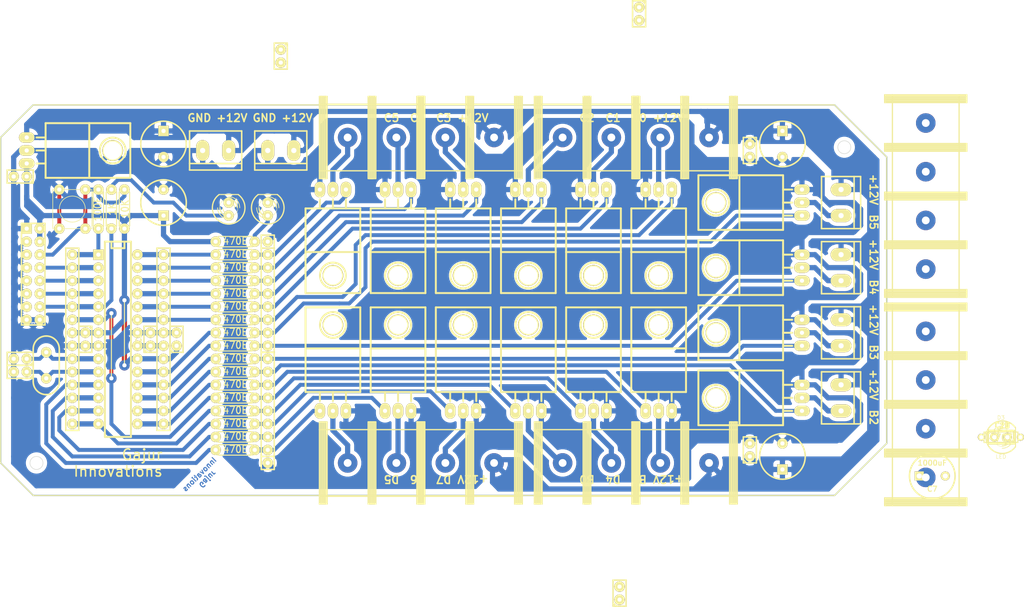
<source format=kicad_pcb>
(kicad_pcb (version 3) (host pcbnew "(2013-05-18 BZR 4017)-stable")
  (layers (15 F.Cu signal) (0 B.Cu signal) (19 F.Paste user) (21 F.SilkS user) (23 F.Mask user) (28 Edge.Cuts user))
  (net 0 "")
  (net 1 +12V)
  (net 2 /MISO)
  (net 3 /MOSI)
  (net 4 /P1)
  (net 5 /P10)
  (net 6 /P11)
  (net 7 /P12)
  (net 8 /P13)
  (net 9 /P14)
  (net 10 /P15)
  (net 11 /P16)
  (net 12 /P19)
  (net 13 /P2)
  (net 14 /P21)
  (net 15 /P23)
  (net 16 /P24)
  (net 17 /P25)
  (net 18 /P26)
  (net 19 /P27)
  (net 20 /P28)
  (net 21 /P3)
  (net 22 /P4)
  (net 23 /P5)
  (net 24 /P6)
  (net 25 /P9)
  (net 26 /RST_IN)
  (net 27 GND)
  (net 28 N-000001)
  (net 29 N-0000011)
  (net 30 N-0000012)
  (net 31 N-0000014)
  (net 32 N-0000016)
  (net 33 N-0000017)
  (net 34 N-0000018)
  (net 35 N-0000019)
  (net 36 N-0000020)
  (net 37 N-0000023)
  (net 38 N-0000024)
  (net 39 N-0000025)
  (net 40 N-0000026)
  (net 41 N-0000027)
  (net 42 N-0000028)
  (net 43 N-0000029)
  (net 44 N-000003)
  (net 45 N-0000030)
  (net 46 N-0000031)
  (net 47 N-0000032)
  (net 48 N-0000033)
  (net 49 N-0000034)
  (net 50 N-0000035)
  (net 51 N-0000036)
  (net 52 N-0000038)
  (net 53 N-0000040)
  (net 54 N-0000041)
  (net 55 N-0000043)
  (net 56 N-0000045)
  (net 57 N-0000046)
  (net 58 N-0000049)
  (net 59 N-000006)
  (net 60 N-000007)
  (net 61 N-000008)
  (net 62 N-000009)
  (net 63 VCC)
  (module TO-220_Neutral123_Horizontal (layer F.Cu) (at 52.07 172.72 270)
    (fp_text reference U1 hide)
    (fp_text value 7805 hide)
    (pad GND thru_hole oval (at 0 0) (size 3.048 2.032) (drill 0.8128) (layers *.Cu *.Mask F.SilkS) (net 27 GND))
    (pad VI thru_hole oval (at -2.54 0) (size 3.048 2.032) (drill 0.8128) (layers *.Cu *.Mask F.SilkS) (net 1 +12V))
    (pad VO thru_hole oval (at 2.54 0) (size 3.048 2.032) (drill 0.8128) (layers *.Cu *.Mask F.SilkS) (net 63 VCC))
    (pad GND thru_hole circle (at 0 -16.764) (size 4.064 4.064) (drill 3.556) (layers *.Cu *.Mask F.SilkS) (net 27 GND))
  )
  (module SW_PUSH_SMALL (layer F.Cu) (at 60.96 184.15 90)
    (fp_text reference SW1 hide)
    (fp_text value SW_PUSH hide)
    (pad 1 thru_hole circle (at 3.81 -2.54 90) (size 2.032 2.032) (drill 0.8128) (layers *.Cu *.Mask F.SilkS) (net 27 GND))
    (pad 2 thru_hole circle (at 3.81 2.54 90) (size 2.032 2.032) (drill 0.8128) (layers *.Cu *.Mask F.SilkS) (net 26 /RST_IN))
    (pad 1 thru_hole circle (at -3.81 -2.54 90) (size 2.032 2.032) (drill 0.8128) (layers *.Cu *.Mask F.SilkS) (net 27 GND))
    (pad 2 thru_hole circle (at -3.81 2.54 90) (size 2.032 2.032) (drill 0.8128) (layers *.Cu *.Mask F.SilkS) (net 26 /RST_IN))
  )
  (module SIL-14 (layer F.Cu) (at 78.74 209.55 90)
    (fp_text reference P2 hide)
    (fp_text value CONN_14 hide)
    (pad 1 thru_hole circle (at -16.51 0 90) (size 2.032 2.032) (drill 0.8128) (layers *.Cu *.Mask F.SilkS) (net 10 /P15))
    (pad 2 thru_hole circle (at -13.97 0 90) (size 2.032 2.032) (drill 0.8128) (layers *.Cu *.Mask F.SilkS) (net 11 /P16))
    (pad 3 thru_hole circle (at -11.43 0 90) (size 2.032 2.032) (drill 0.8128) (layers *.Cu *.Mask F.SilkS) (net 3 /MOSI))
    (pad 4 thru_hole circle (at -8.89 0 90) (size 2.032 2.032) (drill 0.8128) (layers *.Cu *.Mask F.SilkS) (net 2 /MISO))
    (pad 5 thru_hole circle (at -6.35 0 90) (size 2.032 2.032) (drill 0.8128) (layers *.Cu *.Mask F.SilkS) (net 12 /P19))
    (pad 6 thru_hole circle (at -3.81 0 90) (size 2.032 2.032) (drill 0.8128) (layers *.Cu *.Mask F.SilkS) (net 63 VCC))
    (pad 7 thru_hole circle (at -1.27 0 90) (size 2.032 2.032) (drill 0.8128) (layers *.Cu *.Mask F.SilkS) (net 14 /P21))
    (pad 8 thru_hole circle (at 1.27 0 90) (size 2.032 2.032) (drill 0.8128) (layers *.Cu *.Mask F.SilkS) (net 27 GND))
    (pad 9 thru_hole circle (at 3.81 0 90) (size 2.032 2.032) (drill 0.8128) (layers *.Cu *.Mask F.SilkS) (net 15 /P23))
    (pad 10 thru_hole circle (at 6.35 0 90) (size 2.032 2.032) (drill 0.8128) (layers *.Cu *.Mask F.SilkS) (net 16 /P24))
    (pad 11 thru_hole circle (at 8.89 0 90) (size 2.032 2.032) (drill 0.8128) (layers *.Cu *.Mask F.SilkS) (net 17 /P25))
    (pad 12 thru_hole circle (at 11.43 0 90) (size 2.032 2.032) (drill 0.8128) (layers *.Cu *.Mask F.SilkS) (net 18 /P26))
    (pad 13 thru_hole circle (at 13.97 0 90) (size 2.032 2.032) (drill 0.8128) (layers *.Cu *.Mask F.SilkS) (net 19 /P27))
    (pad 14 thru_hole circle (at 16.51 0 90) (size 2.032 2.032) (drill 0.8128) (layers *.Cu *.Mask F.SilkS) (net 20 /P28))
  )
  (module SIL-14 (layer F.Cu) (at 60.96 209.55 270)
    (fp_text reference P1 hide)
    (fp_text value CONN_14 hide)
    (pad 1 thru_hole circle (at -16.51 0 270) (size 2.032 2.032) (drill 0.8128) (layers *.Cu *.Mask F.SilkS) (net 4 /P1))
    (pad 2 thru_hole circle (at -13.97 0 270) (size 2.032 2.032) (drill 0.8128) (layers *.Cu *.Mask F.SilkS) (net 13 /P2))
    (pad 3 thru_hole circle (at -11.43 0 270) (size 2.032 2.032) (drill 0.8128) (layers *.Cu *.Mask F.SilkS) (net 21 /P3))
    (pad 4 thru_hole circle (at -8.89 0 270) (size 2.032 2.032) (drill 0.8128) (layers *.Cu *.Mask F.SilkS) (net 22 /P4))
    (pad 5 thru_hole circle (at -6.35 0 270) (size 2.032 2.032) (drill 0.8128) (layers *.Cu *.Mask F.SilkS) (net 23 /P5))
    (pad 6 thru_hole circle (at -3.81 0 270) (size 2.032 2.032) (drill 0.8128) (layers *.Cu *.Mask F.SilkS) (net 24 /P6))
    (pad 7 thru_hole circle (at -1.27 0 270) (size 2.032 2.032) (drill 0.8128) (layers *.Cu *.Mask F.SilkS) (net 63 VCC))
    (pad 8 thru_hole circle (at 1.27 0 270) (size 2.032 2.032) (drill 0.8128) (layers *.Cu *.Mask F.SilkS) (net 27 GND))
    (pad 9 thru_hole circle (at 3.81 0 270) (size 2.032 2.032) (drill 0.8128) (layers *.Cu *.Mask F.SilkS) (net 25 /P9))
    (pad 10 thru_hole circle (at 6.35 0 270) (size 2.032 2.032) (drill 0.8128) (layers *.Cu *.Mask F.SilkS) (net 5 /P10))
    (pad 11 thru_hole circle (at 8.89 0 270) (size 2.032 2.032) (drill 0.8128) (layers *.Cu *.Mask F.SilkS) (net 6 /P11))
    (pad 12 thru_hole circle (at 11.43 0 270) (size 2.032 2.032) (drill 0.8128) (layers *.Cu *.Mask F.SilkS) (net 7 /P12))
    (pad 13 thru_hole circle (at 13.97 0 270) (size 2.032 2.032) (drill 0.8128) (layers *.Cu *.Mask F.SilkS) (net 8 /P13))
    (pad 14 thru_hole circle (at 16.51 0 270) (size 2.032 2.032) (drill 0.8128) (layers *.Cu *.Mask F.SilkS) (net 9 /P14))
  )
  (module r_pack8 (layer F.Cu) (at 99.06 223.52 90)
    (fp_text reference RR2 hide)
    (fp_text value RR8 hide)
    (pad 1 thru_hole circle (at -10.16 0 90) (size 2.032 2.032) (drill 0.8128) (layers *.Cu *.Mask F.SilkS) (net 27 GND))
    (pad 2 thru_hole circle (at -7.62 0 90) (size 2.032 2.032) (drill 0.8128) (layers *.Cu *.Mask F.SilkS) (net 52 N-0000038))
    (pad 3 thru_hole circle (at -5.08 0 90) (size 2.032 2.032) (drill 0.8128) (layers *.Cu *.Mask F.SilkS) (net 51 N-0000036))
    (pad 4 thru_hole circle (at -2.54 0 90) (size 2.032 2.032) (drill 0.8128) (layers *.Cu *.Mask F.SilkS) (net 55 N-0000043))
    (pad 5 thru_hole circle (at 0 0 90) (size 2.032 2.032) (drill 0.8128) (layers *.Cu *.Mask F.SilkS) (net 38 N-0000024))
    (pad 6 thru_hole circle (at 2.54 0 90) (size 2.032 2.032) (drill 0.8128) (layers *.Cu *.Mask F.SilkS) (net 42 N-0000028))
    (pad 7 thru_hole circle (at 5.08 0 90) (size 2.032 2.032) (drill 0.8128) (layers *.Cu *.Mask F.SilkS) (net 43 N-0000029))
    (pad 8 thru_hole circle (at 7.62 0 90) (size 2.032 2.032) (drill 0.8128) (layers *.Cu *.Mask F.SilkS) (net 54 N-0000041))
    (pad 9 thru_hole circle (at 10.16 0 90) (size 2.032 2.032) (drill 0.8128) (layers *.Cu *.Mask F.SilkS) (net 45 N-0000030))
  )
  (module r_pack8 (layer F.Cu) (at 99.06 200.66 270)
    (fp_text reference RR1 hide)
    (fp_text value RR8 hide)
    (pad 1 thru_hole circle (at -10.16 0 270) (size 2.032 2.032) (drill 0.8128) (layers *.Cu *.Mask F.SilkS) (net 27 GND))
    (pad 2 thru_hole circle (at -7.62 0 270) (size 2.032 2.032) (drill 0.8128) (layers *.Cu *.Mask F.SilkS) (net 46 N-0000031))
    (pad 3 thru_hole circle (at -5.08 0 270) (size 2.032 2.032) (drill 0.8128) (layers *.Cu *.Mask F.SilkS) (net 47 N-0000032))
    (pad 4 thru_hole circle (at -2.54 0 270) (size 2.032 2.032) (drill 0.8128) (layers *.Cu *.Mask F.SilkS) (net 48 N-0000033))
    (pad 5 thru_hole circle (at 0 0 270) (size 2.032 2.032) (drill 0.8128) (layers *.Cu *.Mask F.SilkS) (net 49 N-0000034))
    (pad 6 thru_hole circle (at 2.54 0 270) (size 2.032 2.032) (drill 0.8128) (layers *.Cu *.Mask F.SilkS) (net 50 N-0000035))
    (pad 7 thru_hole circle (at 5.08 0 270) (size 2.032 2.032) (drill 0.8128) (layers *.Cu *.Mask F.SilkS) (net 41 N-0000027))
    (pad 8 thru_hole circle (at 7.62 0 270) (size 2.032 2.032) (drill 0.8128) (layers *.Cu *.Mask F.SilkS) (net 39 N-0000025))
    (pad 9 thru_hole circle (at 10.16 0 270) (size 2.032 2.032) (drill 0.8128) (layers *.Cu *.Mask F.SilkS) (net 40 N-0000026))
  )
  (module R3 (layer F.Cu) (at 92.71 226.06 180)
    (fp_text reference R14 hide)
    (fp_text value 470E (at 0 0.127 180) (layer F.SilkS) (effects (font (size 1.397 1.27) (thickness 0.2032))))
    (pad 1 thru_hole circle (at -3.81 0 180) (size 2.032 2.032) (drill 0.8128) (layers *.Cu *.Mask F.SilkS) (net 55 N-0000043))
    (pad 2 thru_hole circle (at 3.81 0 180) (size 2.032 2.032) (drill 0.8128) (layers *.Cu *.Mask F.SilkS) (net 8 /P13))
  )
  (module R3 (layer F.Cu) (at 92.71 205.74 180)
    (fp_text reference R9 hide)
    (fp_text value 470E (at 0 0.127 180) (layer F.SilkS) (effects (font (size 1.397 1.27) (thickness 0.2032))))
    (pad 1 thru_hole circle (at -3.81 0 180) (size 2.032 2.032) (drill 0.8128) (layers *.Cu *.Mask F.SilkS) (net 41 N-0000027))
    (pad 2 thru_hole circle (at 3.81 0 180) (size 2.032 2.032) (drill 0.8128) (layers *.Cu *.Mask F.SilkS) (net 15 /P23))
  )
  (module R3 (layer F.Cu) (at 92.71 210.82 180)
    (fp_text reference R12 hide)
    (fp_text value 470E (at 0 0.127 180) (layer F.SilkS) (effects (font (size 1.397 1.27) (thickness 0.2032))))
    (pad 1 thru_hole circle (at -3.81 0 180) (size 2.032 2.032) (drill 0.8128) (layers *.Cu *.Mask F.SilkS) (net 40 N-0000026))
    (pad 2 thru_hole circle (at 3.81 0 180) (size 2.032 2.032) (drill 0.8128) (layers *.Cu *.Mask F.SilkS) (net 2 /MISO))
  )
  (module R3 (layer F.Cu) (at 92.71 203.2 180)
    (fp_text reference R10 hide)
    (fp_text value 470E (at 0 0.127 180) (layer F.SilkS) (effects (font (size 1.397 1.27) (thickness 0.2032))))
    (pad 1 thru_hole circle (at -3.81 0 180) (size 2.032 2.032) (drill 0.8128) (layers *.Cu *.Mask F.SilkS) (net 50 N-0000035))
    (pad 2 thru_hole circle (at 3.81 0 180) (size 2.032 2.032) (drill 0.8128) (layers *.Cu *.Mask F.SilkS) (net 16 /P24))
  )
  (module R3 (layer F.Cu) (at 92.71 200.66 180)
    (fp_text reference R11 hide)
    (fp_text value 470E (at 0 0.127 180) (layer F.SilkS) (effects (font (size 1.397 1.27) (thickness 0.2032))))
    (pad 1 thru_hole circle (at -3.81 0 180) (size 2.032 2.032) (drill 0.8128) (layers *.Cu *.Mask F.SilkS) (net 49 N-0000034))
    (pad 2 thru_hole circle (at 3.81 0 180) (size 2.032 2.032) (drill 0.8128) (layers *.Cu *.Mask F.SilkS) (net 17 /P25))
  )
  (module R3 (layer F.Cu) (at 92.71 208.28 180)
    (fp_text reference R13 hide)
    (fp_text value 470E (at 0 0.127 180) (layer F.SilkS) (effects (font (size 1.397 1.27) (thickness 0.2032))))
    (pad 1 thru_hole circle (at -3.81 0 180) (size 2.032 2.032) (drill 0.8128) (layers *.Cu *.Mask F.SilkS) (net 39 N-0000025))
    (pad 2 thru_hole circle (at 3.81 0 180) (size 2.032 2.032) (drill 0.8128) (layers *.Cu *.Mask F.SilkS) (net 12 /P19))
  )
  (module R3 (layer F.Cu) (at 92.71 198.12 180)
    (fp_text reference R6 hide)
    (fp_text value 470E (at 0 0.127 180) (layer F.SilkS) (effects (font (size 1.397 1.27) (thickness 0.2032))))
    (pad 1 thru_hole circle (at -3.81 0 180) (size 2.032 2.032) (drill 0.8128) (layers *.Cu *.Mask F.SilkS) (net 48 N-0000033))
    (pad 2 thru_hole circle (at 3.81 0 180) (size 2.032 2.032) (drill 0.8128) (layers *.Cu *.Mask F.SilkS) (net 18 /P26))
  )
  (module R3 (layer F.Cu) (at 92.71 228.6 180)
    (fp_text reference R15 hide)
    (fp_text value 470E (at 0 0.127 180) (layer F.SilkS) (effects (font (size 1.397 1.27) (thickness 0.2032))))
    (pad 1 thru_hole circle (at -3.81 0 180) (size 2.032 2.032) (drill 0.8128) (layers *.Cu *.Mask F.SilkS) (net 51 N-0000036))
    (pad 2 thru_hole circle (at 3.81 0 180) (size 2.032 2.032) (drill 0.8128) (layers *.Cu *.Mask F.SilkS) (net 7 /P12))
  )
  (module R3 (layer F.Cu) (at 92.71 231.14 180)
    (fp_text reference R16 hide)
    (fp_text value 470E (at 0 0.127 180) (layer F.SilkS) (effects (font (size 1.397 1.27) (thickness 0.2032))))
    (pad 1 thru_hole circle (at -3.81 0 180) (size 2.032 2.032) (drill 0.8128) (layers *.Cu *.Mask F.SilkS) (net 52 N-0000038))
    (pad 2 thru_hole circle (at 3.81 0 180) (size 2.032 2.032) (drill 0.8128) (layers *.Cu *.Mask F.SilkS) (net 6 /P11))
  )
  (module R3 (layer F.Cu) (at 92.71 215.9 180)
    (fp_text reference R20 hide)
    (fp_text value 470E (at 0 0.127 180) (layer F.SilkS) (effects (font (size 1.397 1.27) (thickness 0.2032))))
    (pad 1 thru_hole circle (at -3.81 0 180) (size 2.032 2.032) (drill 0.8128) (layers *.Cu *.Mask F.SilkS) (net 54 N-0000041))
    (pad 2 thru_hole circle (at 3.81 0 180) (size 2.032 2.032) (drill 0.8128) (layers *.Cu *.Mask F.SilkS) (net 11 /P16))
  )
  (module R3 (layer F.Cu) (at 92.71 218.44 180)
    (fp_text reference R17 hide)
    (fp_text value 470E (at 0 0.127 180) (layer F.SilkS) (effects (font (size 1.397 1.27) (thickness 0.2032))))
    (pad 1 thru_hole circle (at -3.81 0 180) (size 2.032 2.032) (drill 0.8128) (layers *.Cu *.Mask F.SilkS) (net 43 N-0000029))
    (pad 2 thru_hole circle (at 3.81 0 180) (size 2.032 2.032) (drill 0.8128) (layers *.Cu *.Mask F.SilkS) (net 10 /P15))
  )
  (module R3 (layer F.Cu) (at 92.71 220.98 180)
    (fp_text reference R18 hide)
    (fp_text value 470E (at 0 0.127 180) (layer F.SilkS) (effects (font (size 1.397 1.27) (thickness 0.2032))))
    (pad 1 thru_hole circle (at -3.81 0 180) (size 2.032 2.032) (drill 0.8128) (layers *.Cu *.Mask F.SilkS) (net 42 N-0000028))
    (pad 2 thru_hole circle (at 3.81 0 180) (size 2.032 2.032) (drill 0.8128) (layers *.Cu *.Mask F.SilkS) (net 24 /P6))
  )
  (module R3 (layer F.Cu) (at 92.71 223.52 180)
    (fp_text reference R19 hide)
    (fp_text value 470E (at 0 0.127 180) (layer F.SilkS) (effects (font (size 1.397 1.27) (thickness 0.2032))))
    (pad 1 thru_hole circle (at -3.81 0 180) (size 2.032 2.032) (drill 0.8128) (layers *.Cu *.Mask F.SilkS) (net 38 N-0000024))
    (pad 2 thru_hole circle (at 3.81 0 180) (size 2.032 2.032) (drill 0.8128) (layers *.Cu *.Mask F.SilkS) (net 9 /P14))
  )
  (module R3 (layer F.Cu) (at 92.71 213.36 180)
    (fp_text reference R21 hide)
    (fp_text value 470E (at 0 0.127 180) (layer F.SilkS) (effects (font (size 1.397 1.27) (thickness 0.2032))))
    (pad 1 thru_hole circle (at -3.81 0 180) (size 2.032 2.032) (drill 0.8128) (layers *.Cu *.Mask F.SilkS) (net 45 N-0000030))
    (pad 2 thru_hole circle (at 3.81 0 180) (size 2.032 2.032) (drill 0.8128) (layers *.Cu *.Mask F.SilkS) (net 3 /MOSI))
  )
  (module R3 (layer F.Cu) (at 92.71 195.58 180)
    (fp_text reference R7 hide)
    (fp_text value 470E (at 0 0.127 180) (layer F.SilkS) (effects (font (size 1.397 1.27) (thickness 0.2032))))
    (pad 1 thru_hole circle (at -3.81 0 180) (size 2.032 2.032) (drill 0.8128) (layers *.Cu *.Mask F.SilkS) (net 47 N-0000032))
    (pad 2 thru_hole circle (at 3.81 0 180) (size 2.032 2.032) (drill 0.8128) (layers *.Cu *.Mask F.SilkS) (net 19 /P27))
  )
  (module R3 (layer F.Cu) (at 92.71 190.5 180)
    (fp_text reference R4 hide)
    (fp_text value 470E (at 0 0.127 180) (layer F.SilkS) (effects (font (size 1.397 1.27) (thickness 0.2032))))
    (pad 1 thru_hole circle (at -3.81 0 180) (size 2.032 2.032) (drill 0.8128) (layers *.Cu *.Mask F.SilkS) (net 31 N-0000014))
    (pad 2 thru_hole circle (at 3.81 0 180) (size 2.032 2.032) (drill 0.8128) (layers *.Cu *.Mask F.SilkS) (net 63 VCC))
  )
  (module R3 (layer F.Cu) (at 66.04 184.15 270)
    (fp_text reference R3 hide)
    (fp_text value 100E (at 0 0.127 270) (layer F.SilkS) (effects (font (size 1.397 1.27) (thickness 0.2032))))
    (pad 1 thru_hole circle (at -3.81 0 270) (size 2.032 2.032) (drill 0.8128) (layers *.Cu *.Mask F.SilkS) (net 26 /RST_IN))
    (pad 2 thru_hole circle (at 3.81 0 270) (size 2.032 2.032) (drill 0.8128) (layers *.Cu *.Mask F.SilkS) (net 4 /P1))
  )
  (module R3 (layer F.Cu) (at 71.12 184.15 90)
    (fp_text reference R2 hide)
    (fp_text value 10K (at 0 0.127 90) (layer F.SilkS) (effects (font (size 1.397 1.27) (thickness 0.2032))))
    (pad 1 thru_hole circle (at -3.81 0 90) (size 2.032 2.032) (drill 0.8128) (layers *.Cu *.Mask F.SilkS) (net 63 VCC))
    (pad 2 thru_hole circle (at 3.81 0 90) (size 2.032 2.032) (drill 0.8128) (layers *.Cu *.Mask F.SilkS) (net 26 /RST_IN))
  )
  (module R3 (layer F.Cu) (at 68.58 184.15 90)
    (fp_text reference R1 hide)
    (fp_text value 1K (at 0 0.127 90) (layer F.SilkS) (effects (font (size 1.397 1.27) (thickness 0.2032))))
    (pad 1 thru_hole circle (at -3.81 0 90) (size 2.032 2.032) (drill 0.8128) (layers *.Cu *.Mask F.SilkS) (net 23 /P5))
    (pad 2 thru_hole circle (at 3.81 0 90) (size 2.032 2.032) (drill 0.8128) (layers *.Cu *.Mask F.SilkS) (net 33 N-0000017))
  )
  (module R3 (layer F.Cu) (at 92.71 193.04 180)
    (fp_text reference R8 hide)
    (fp_text value 470E (at 0 0.127 180) (layer F.SilkS) (effects (font (size 1.397 1.27) (thickness 0.2032))))
    (pad 1 thru_hole circle (at -3.81 0 180) (size 2.032 2.032) (drill 0.8128) (layers *.Cu *.Mask F.SilkS) (net 46 N-0000031))
    (pad 2 thru_hole circle (at 3.81 0 180) (size 2.032 2.032) (drill 0.8128) (layers *.Cu *.Mask F.SilkS) (net 20 /P28))
  )
  (module pin_array_8x2 (layer F.Cu) (at 53.34 196.85 270)
    (fp_text reference P5 hide)
    (fp_text value CONN_8X2 hide)
    (pad 1 thru_hole rect (at -8.89 1.27 270) (size 2.032 2.032) (drill 0.8128) (layers *.Cu *.Mask F.SilkS) (net 27 GND))
    (pad 2 thru_hole circle (at -8.89 -1.27 270) (size 2.032 2.032) (drill 0.8128) (layers *.Cu *.Mask F.SilkS) (net 63 VCC))
    (pad 3 thru_hole circle (at -6.35 1.27 270) (size 2.032 2.032) (drill 0.8128) (layers *.Cu *.Mask F.SilkS) (net 27 GND))
    (pad 4 thru_hole circle (at -6.35 -1.27 270) (size 2.032 2.032) (drill 0.8128) (layers *.Cu *.Mask F.SilkS) (net 63 VCC))
    (pad 5 thru_hole circle (at -3.81 1.27 270) (size 2.032 2.032) (drill 0.8128) (layers *.Cu *.Mask F.SilkS) (net 27 GND))
    (pad 6 thru_hole circle (at -3.81 -1.27 270) (size 2.032 2.032) (drill 0.8128) (layers *.Cu *.Mask F.SilkS) (net 26 /RST_IN))
    (pad 7 thru_hole circle (at -1.27 1.27 270) (size 2.032 2.032) (drill 0.8128) (layers *.Cu *.Mask F.SilkS) (net 27 GND))
    (pad 8 thru_hole circle (at -1.27 -1.27 270) (size 2.032 2.032) (drill 0.8128) (layers *.Cu *.Mask F.SilkS) (net 13 /P2))
    (pad 9 thru_hole circle (at 1.27 1.27 270) (size 2.032 2.032) (drill 0.8128) (layers *.Cu *.Mask F.SilkS) (net 27 GND))
    (pad 10 thru_hole circle (at 1.27 -1.27 270) (size 2.032 2.032) (drill 0.8128) (layers *.Cu *.Mask F.SilkS) (net 21 /P3))
    (pad 11 thru_hole circle (at 3.81 1.27 270) (size 2.032 2.032) (drill 0.8128) (layers *.Cu *.Mask F.SilkS) (net 27 GND))
    (pad 12 thru_hole circle (at 3.81 -1.27 270) (size 2.032 2.032) (drill 0.8128) (layers *.Cu *.Mask F.SilkS) (net 22 /P4))
    (pad 13 thru_hole circle (at 6.35 1.27 270) (size 2.032 2.032) (drill 0.8128) (layers *.Cu *.Mask F.SilkS) (net 27 GND))
    (pad 14 thru_hole circle (at 6.35 -1.27 270) (size 2.032 2.032) (drill 0.8128) (layers *.Cu *.Mask F.SilkS) (net 23 /P5))
    (pad 15 thru_hole circle (at 8.89 1.27 270) (size 2.032 2.032) (drill 0.8128) (layers *.Cu *.Mask F.SilkS) (net 27 GND))
    (pad 16 thru_hole circle (at 8.89 -1.27 270) (size 2.032 2.032) (drill 0.8128) (layers *.Cu *.Mask F.SilkS) (net 27 GND))
  )
  (module LED-5MM (layer F.Cu) (at 99.06 184.15 90)
    (fp_text reference D2 hide)
    (fp_text value LED hide)
    (pad 1 thru_hole circle (at -1.27 0 90) (size 2.032 2.032) (drill 0.8128) (layers *.Cu *.Mask F.SilkS) (net 31 N-0000014))
    (pad 2 thru_hole circle (at 1.27 0 90) (size 2.032 2.032) (drill 0.8128) (layers *.Cu *.Mask F.SilkS) (net 27 GND))
  )
  (module LED-5MM (layer F.Cu) (at 91.44 184.15 90)
    (fp_text reference D1 hide)
    (fp_text value LED hide)
    (pad 1 thru_hole circle (at -1.27 0 90) (size 2.032 2.032) (drill 0.8128) (layers *.Cu *.Mask F.SilkS) (net 33 N-0000017))
    (pad 2 thru_hole circle (at 1.27 0 90) (size 2.032 2.032) (drill 0.8128) (layers *.Cu *.Mask F.SilkS) (net 27 GND))
  )
  (module HC-49V (layer F.Cu) (at 55.88 214.63 270)
    (fp_text reference X1 hide)
    (fp_text value 16MHz hide)
    (pad 1 thru_hole circle (at -2.54 0 270) (size 2.032 2.032) (drill 0.8128) (layers *.Cu *.Mask F.SilkS) (net 25 /P9))
    (pad 2 thru_hole circle (at 2.54 0 270) (size 2.032 2.032) (drill 0.8128) (layers *.Cu *.Mask F.SilkS) (net 5 /P10))
  )
  (module DIP-28__300 (layer F.Cu) (at 69.85 209.55 270)
    (fp_text reference IC1 hide)
    (fp_text value ATMEGA168-P hide)
    (pad 2 thru_hole circle (at -13.97 3.81 270) (size 2.032 2.032) (drill 0.8128) (layers *.Cu *.Mask F.SilkS) (net 13 /P2))
    (pad 3 thru_hole circle (at -11.43 3.81 270) (size 2.032 2.032) (drill 0.8128) (layers *.Cu *.Mask F.SilkS) (net 21 /P3))
    (pad 4 thru_hole circle (at -8.89 3.81 270) (size 2.032 2.032) (drill 0.8128) (layers *.Cu *.Mask F.SilkS) (net 22 /P4))
    (pad 5 thru_hole circle (at -6.35 3.81 270) (size 2.032 2.032) (drill 0.8128) (layers *.Cu *.Mask F.SilkS) (net 23 /P5))
    (pad 6 thru_hole circle (at -3.81 3.81 270) (size 2.032 2.032) (drill 0.8128) (layers *.Cu *.Mask F.SilkS) (net 24 /P6))
    (pad 7 thru_hole circle (at -1.27 3.81 270) (size 2.032 2.032) (drill 0.8128) (layers *.Cu *.Mask F.SilkS) (net 63 VCC))
    (pad 8 thru_hole circle (at 1.27 3.81 270) (size 2.032 2.032) (drill 0.8128) (layers *.Cu *.Mask F.SilkS) (net 27 GND))
    (pad 9 thru_hole circle (at 3.81 3.81 270) (size 2.032 2.032) (drill 0.8128) (layers *.Cu *.Mask F.SilkS) (net 25 /P9))
    (pad 10 thru_hole circle (at 6.35 3.81 270) (size 2.032 2.032) (drill 0.8128) (layers *.Cu *.Mask F.SilkS) (net 5 /P10))
    (pad 11 thru_hole circle (at 8.89 3.81 270) (size 2.032 2.032) (drill 0.8128) (layers *.Cu *.Mask F.SilkS) (net 6 /P11))
    (pad 12 thru_hole circle (at 11.43 3.81 270) (size 2.032 2.032) (drill 0.8128) (layers *.Cu *.Mask F.SilkS) (net 7 /P12))
    (pad 13 thru_hole circle (at 13.97 3.81 270) (size 2.032 2.032) (drill 0.8128) (layers *.Cu *.Mask F.SilkS) (net 8 /P13))
    (pad 14 thru_hole circle (at 16.51 3.81 270) (size 2.032 2.032) (drill 0.8128) (layers *.Cu *.Mask F.SilkS) (net 9 /P14))
    (pad 1 thru_hole rect (at -16.51 3.81 270) (size 2.032 2.032) (drill 0.8128) (layers *.Cu *.Mask F.SilkS) (net 4 /P1))
    (pad 15 thru_hole circle (at 16.51 -3.81 270) (size 2.032 2.032) (drill 0.8128) (layers *.Cu *.Mask F.SilkS) (net 10 /P15))
    (pad 16 thru_hole circle (at 13.97 -3.81 270) (size 2.032 2.032) (drill 0.8128) (layers *.Cu *.Mask F.SilkS) (net 11 /P16))
    (pad 17 thru_hole circle (at 11.43 -3.81 270) (size 2.032 2.032) (drill 0.8128) (layers *.Cu *.Mask F.SilkS) (net 3 /MOSI))
    (pad 18 thru_hole circle (at 8.89 -3.81 270) (size 2.032 2.032) (drill 0.8128) (layers *.Cu *.Mask F.SilkS) (net 2 /MISO))
    (pad 19 thru_hole circle (at 6.35 -3.81 270) (size 2.032 2.032) (drill 0.8128) (layers *.Cu *.Mask F.SilkS) (net 12 /P19))
    (pad 20 thru_hole circle (at 3.81 -3.81 270) (size 2.032 2.032) (drill 0.8128) (layers *.Cu *.Mask F.SilkS) (net 63 VCC))
    (pad 21 thru_hole circle (at 1.27 -3.81 270) (size 2.032 2.032) (drill 0.8128) (layers *.Cu *.Mask F.SilkS) (net 14 /P21))
    (pad 22 thru_hole circle (at -1.27 -3.81 270) (size 2.032 2.032) (drill 0.8128) (layers *.Cu *.Mask F.SilkS) (net 27 GND))
    (pad 23 thru_hole circle (at -3.81 -3.81 270) (size 2.032 2.032) (drill 0.8128) (layers *.Cu *.Mask F.SilkS) (net 15 /P23))
    (pad 24 thru_hole circle (at -6.35 -3.81 270) (size 2.032 2.032) (drill 0.8128) (layers *.Cu *.Mask F.SilkS) (net 16 /P24))
    (pad 25 thru_hole circle (at -8.89 -3.81 270) (size 2.032 2.032) (drill 0.8128) (layers *.Cu *.Mask F.SilkS) (net 17 /P25))
    (pad 26 thru_hole circle (at -11.43 -3.81 270) (size 2.032 2.032) (drill 0.8128) (layers *.Cu *.Mask F.SilkS) (net 18 /P26))
    (pad 27 thru_hole circle (at -13.97 -3.81 270) (size 2.032 2.032) (drill 0.8128) (layers *.Cu *.Mask F.SilkS) (net 19 /P27))
    (pad 28 thru_hole circle (at -16.51 -3.81 270) (size 2.032 2.032) (drill 0.8128) (layers *.Cu *.Mask F.SilkS) (net 20 /P28))
  )
  (module C2V8 (layer F.Cu) (at 199.39 232.41 90)
    (fp_text reference C9 hide)
    (fp_text value 1000uF hide)
    (pad 1 thru_hole rect (at -2.54 0 90) (size 2.032 2.032) (drill 0.8128) (layers *.Cu *.Mask F.SilkS) (net 1 +12V))
    (pad 2 thru_hole circle (at 2.54 0 90) (size 2.032 2.032) (drill 0.8128) (layers *.Cu *.Mask F.SilkS) (net 27 GND))
  )
  (module C2V8 (layer F.Cu) (at 78.74 182.88 90)
    (fp_text reference C4 hide)
    (fp_text value 1000uF hide)
    (pad 1 thru_hole rect (at -2.54 0 90) (size 2.032 2.032) (drill 0.8128) (layers *.Cu *.Mask F.SilkS) (net 63 VCC))
    (pad 2 thru_hole circle (at 2.54 0 90) (size 2.032 2.032) (drill 0.8128) (layers *.Cu *.Mask F.SilkS) (net 27 GND))
  )
  (module C2V8 (layer F.Cu) (at 199.39 171.45 270)
    (fp_text reference C8 hide)
    (fp_text value 1000uF hide)
    (pad 1 thru_hole rect (at -2.54 0 270) (size 2.032 2.032) (drill 0.8128) (layers *.Cu *.Mask F.SilkS) (net 1 +12V))
    (pad 2 thru_hole circle (at 2.54 0 270) (size 2.032 2.032) (drill 0.8128) (layers *.Cu *.Mask F.SilkS) (net 27 GND))
  )
  (module C2V8 (layer F.Cu) (at 78.74 171.45 270)
    (fp_text reference C6 hide)
    (fp_text value 1000uF hide)
    (pad 1 thru_hole rect (at -2.54 0 270) (size 2.032 2.032) (drill 0.8128) (layers *.Cu *.Mask F.SilkS) (net 1 +12V))
    (pad 2 thru_hole circle (at 2.54 0 270) (size 2.032 2.032) (drill 0.8128) (layers *.Cu *.Mask F.SilkS) (net 27 GND))
  )
  (module C1 (layer F.Cu) (at 76.2 209.55 90)
    (fp_text reference C2 (at 0.254 -2.286 90) (layer F.SilkS) (effects (font (size 1.016 1.016) (thickness 0.2032))))
    (fp_text value 104 hide)
    (pad 1 thru_hole circle (at -1.27 0 90) (size 2.032 2.032) (drill 0.8128) (layers *.Cu *.Mask F.SilkS) (net 14 /P21))
    (pad 2 thru_hole circle (at 1.27 0 90) (size 2.032 2.032) (drill 0.8128) (layers *.Cu *.Mask F.SilkS) (net 27 GND))
  )
  (module C1 (layer F.Cu) (at 193.04 231.14 90)
    (fp_text reference C11 hide)
    (fp_text value 104 hide)
    (pad 1 thru_hole circle (at -1.27 0 90) (size 2.032 2.032) (drill 0.8128) (layers *.Cu *.Mask F.SilkS) (net 1 +12V))
    (pad 2 thru_hole circle (at 1.27 0 90) (size 2.032 2.032) (drill 0.8128) (layers *.Cu *.Mask F.SilkS) (net 27 GND))
  )
  (module C1 (layer F.Cu) (at 193.04 172.72 270)
    (fp_text reference C10 hide)
    (fp_text value 104 hide)
    (pad 1 thru_hole circle (at -1.27 0 270) (size 2.032 2.032) (drill 0.8128) (layers *.Cu *.Mask F.SilkS) (net 1 +12V))
    (pad 2 thru_hole circle (at 1.27 0 270) (size 2.032 2.032) (drill 0.8128) (layers *.Cu *.Mask F.SilkS) (net 27 GND))
  )
  (module C1 (layer F.Cu) (at 167.64 259.08 90)
    (fp_text reference C12 hide)
    (fp_text value 104 hide)
    (pad 1 thru_hole circle (at -1.27 0 90) (size 2.032 2.032) (drill 0.8128) (layers *.Cu *.Mask F.SilkS) (net 1 +12V))
    (pad 2 thru_hole circle (at 1.27 0 90) (size 2.032 2.032) (drill 0.8128) (layers *.Cu *.Mask F.SilkS) (net 27 GND))
  )
  (module C1 (layer F.Cu) (at 50.8 177.8 180)
    (fp_text reference C5 hide)
    (fp_text value 104 hide)
    (pad 1 thru_hole circle (at -1.27 0 180) (size 2.032 2.032) (drill 0.8128) (layers *.Cu *.Mask F.SilkS) (net 63 VCC))
    (pad 2 thru_hole circle (at 1.27 0 180) (size 2.032 2.032) (drill 0.8128) (layers *.Cu *.Mask F.SilkS) (net 27 GND))
  )
  (module C1 (layer F.Cu) (at 50.8 215.9 180)
    (fp_text reference C3 hide)
    (fp_text value 22pF hide)
    (pad 1 thru_hole circle (at -1.27 0 180) (size 2.032 2.032) (drill 0.8128) (layers *.Cu *.Mask F.SilkS) (net 5 /P10))
    (pad 2 thru_hole circle (at 1.27 0 180) (size 2.032 2.032) (drill 0.8128) (layers *.Cu *.Mask F.SilkS) (net 27 GND))
  )
  (module C1 (layer F.Cu) (at 50.8 213.36 180)
    (fp_text reference C1 hide)
    (fp_text value 22pF hide)
    (pad 1 thru_hole circle (at -1.27 0 180) (size 2.032 2.032) (drill 0.8128) (layers *.Cu *.Mask F.SilkS) (net 25 /P9))
    (pad 2 thru_hole circle (at 1.27 0 180) (size 2.032 2.032) (drill 0.8128) (layers *.Cu *.Mask F.SilkS) (net 27 GND))
  )
  (module C1 (layer F.Cu) (at 101.6 154.305 270)
    (fp_text reference C13 hide)
    (fp_text value 104 hide)
    (pad 1 thru_hole circle (at -1.27 0 270) (size 2.032 2.032) (drill 0.8128) (layers *.Cu *.Mask F.SilkS) (net 1 +12V))
    (pad 2 thru_hole circle (at 1.27 0 270) (size 2.032 2.032) (drill 0.8128) (layers *.Cu *.Mask F.SilkS) (net 27 GND))
  )
  (module C1 (layer F.Cu) (at 171.45 146.05 270)
    (fp_text reference C14 hide)
    (fp_text value 104 hide)
    (pad 1 thru_hole circle (at -1.27 0 270) (size 2.032 2.032) (drill 0.8128) (layers *.Cu *.Mask F.SilkS) (net 1 +12V))
    (pad 2 thru_hole circle (at 1.27 0 270) (size 2.032 2.032) (drill 0.8128) (layers *.Cu *.Mask F.SilkS) (net 27 GND))
  )
  (module C1 (layer F.Cu) (at 81.28 209.55 90)
    (fp_text reference C15 hide)
    (fp_text value 104 hide)
    (pad 1 thru_hole circle (at -1.27 0 90) (size 2.032 2.032) (drill 0.8128) (layers *.Cu *.Mask F.SilkS) (net 63 VCC))
    (pad 2 thru_hole circle (at 1.27 0 90) (size 2.032 2.032) (drill 0.8128) (layers *.Cu *.Mask F.SilkS) (net 27 GND))
  )
  (module C1 (layer F.Cu) (at 63.5 209.55 270)
    (fp_text reference C16 hide)
    (fp_text value 104 hide)
    (pad 1 thru_hole circle (at -1.27 0 270) (size 2.032 2.032) (drill 0.8128) (layers *.Cu *.Mask F.SilkS) (net 63 VCC))
    (pad 2 thru_hole circle (at 1.27 0 270) (size 2.032 2.032) (drill 0.8128) (layers *.Cu *.Mask F.SilkS) (net 27 GND))
  )
  (module TO-220_Neutral123_Horizontal (layer F.Cu) (at 203.2 220.98 90)
    (fp_text reference Q15 hide)
    (fp_text value TIP122 hide)
    (pad 2 thru_hole oval (at 0 0 180) (size 3.048 2.032) (drill 0.8128) (layers *.Cu *.Mask F.SilkS) (net 53 N-0000040))
    (pad 1 thru_hole oval (at -2.54 0 180) (size 3.048 2.032) (drill 0.8128) (layers *.Cu *.Mask F.SilkS) (net 54 N-0000041))
    (pad 3 thru_hole oval (at 2.54 0 180) (size 3.048 2.032) (drill 0.8128) (layers *.Cu *.Mask F.SilkS) (net 27 GND))
    (pad 4 thru_hole circle (at 0 -16.764 180) (size 4.064 4.064) (drill 3.556) (layers *.Cu *.Mask F.SilkS))
  )
  (module TO-220_Neutral123_Horizontal (layer F.Cu) (at 162.56 180.34 180)
    (fp_text reference Q5 hide)
    (fp_text value TIP122 hide)
    (pad 2 thru_hole oval (at 0 0 270) (size 3.048 2.032) (drill 0.8128) (layers *.Cu *.Mask F.SilkS) (net 29 N-0000011))
    (pad 1 thru_hole oval (at -2.54 0 270) (size 3.048 2.032) (drill 0.8128) (layers *.Cu *.Mask F.SilkS) (net 50 N-0000035))
    (pad 3 thru_hole oval (at 2.54 0 270) (size 3.048 2.032) (drill 0.8128) (layers *.Cu *.Mask F.SilkS) (net 27 GND))
    (pad 4 thru_hole circle (at 0 -16.764 270) (size 4.064 4.064) (drill 3.556) (layers *.Cu *.Mask F.SilkS))
  )
  (module TO-220_Neutral123_Horizontal (layer F.Cu) (at 149.86 180.34 180)
    (fp_text reference Q6 hide)
    (fp_text value TIP122 hide)
    (pad 2 thru_hole oval (at 0 0 270) (size 3.048 2.032) (drill 0.8128) (layers *.Cu *.Mask F.SilkS) (net 30 N-0000012))
    (pad 1 thru_hole oval (at -2.54 0 270) (size 3.048 2.032) (drill 0.8128) (layers *.Cu *.Mask F.SilkS) (net 49 N-0000034))
    (pad 3 thru_hole oval (at 2.54 0 270) (size 3.048 2.032) (drill 0.8128) (layers *.Cu *.Mask F.SilkS) (net 27 GND))
    (pad 4 thru_hole circle (at 0 -16.764 270) (size 4.064 4.064) (drill 3.556) (layers *.Cu *.Mask F.SilkS))
  )
  (module TO-220_Neutral123_Horizontal (layer F.Cu) (at 203.2 182.88 90)
    (fp_text reference Q8 hide)
    (fp_text value TIP122 hide)
    (pad 2 thru_hole oval (at 0 0 180) (size 3.048 2.032) (drill 0.8128) (layers *.Cu *.Mask F.SilkS) (net 62 N-000009))
    (pad 1 thru_hole oval (at -2.54 0 180) (size 3.048 2.032) (drill 0.8128) (layers *.Cu *.Mask F.SilkS) (net 39 N-0000025))
    (pad 3 thru_hole oval (at 2.54 0 180) (size 3.048 2.032) (drill 0.8128) (layers *.Cu *.Mask F.SilkS) (net 27 GND))
    (pad 4 thru_hole circle (at 0 -16.764 180) (size 4.064 4.064) (drill 3.556) (layers *.Cu *.Mask F.SilkS))
  )
  (module TO-220_Neutral123_Horizontal (layer F.Cu) (at 137.16 223.52)
    (fp_text reference Q9 hide)
    (fp_text value TIP122 hide)
    (pad 2 thru_hole oval (at 0 0 90) (size 3.048 2.032) (drill 0.8128) (layers *.Cu *.Mask F.SilkS) (net 57 N-0000046))
    (pad 1 thru_hole oval (at -2.54 0 90) (size 3.048 2.032) (drill 0.8128) (layers *.Cu *.Mask F.SilkS) (net 55 N-0000043))
    (pad 3 thru_hole oval (at 2.54 0 90) (size 3.048 2.032) (drill 0.8128) (layers *.Cu *.Mask F.SilkS) (net 27 GND))
    (pad 4 thru_hole circle (at 0 -16.764 90) (size 4.064 4.064) (drill 3.556) (layers *.Cu *.Mask F.SilkS))
  )
  (module TO-220_Neutral123_Horizontal (layer F.Cu) (at 124.46 223.52)
    (fp_text reference Q10 hide)
    (fp_text value TIP122 hide)
    (pad 2 thru_hole oval (at 0 0 90) (size 3.048 2.032) (drill 0.8128) (layers *.Cu *.Mask F.SilkS) (net 56 N-0000045))
    (pad 1 thru_hole oval (at -2.54 0 90) (size 3.048 2.032) (drill 0.8128) (layers *.Cu *.Mask F.SilkS) (net 51 N-0000036))
    (pad 3 thru_hole oval (at 2.54 0 90) (size 3.048 2.032) (drill 0.8128) (layers *.Cu *.Mask F.SilkS) (net 27 GND))
    (pad 4 thru_hole circle (at 0 -16.764 90) (size 4.064 4.064) (drill 3.556) (layers *.Cu *.Mask F.SilkS))
  )
  (module TO-220_Neutral123_Horizontal (layer F.Cu) (at 175.26 180.34 180)
    (fp_text reference Q4 hide)
    (fp_text value TIP122 hide)
    (pad 2 thru_hole oval (at 0 0 270) (size 3.048 2.032) (drill 0.8128) (layers *.Cu *.Mask F.SilkS) (net 61 N-000008))
    (pad 1 thru_hole oval (at -2.54 0 270) (size 3.048 2.032) (drill 0.8128) (layers *.Cu *.Mask F.SilkS) (net 41 N-0000027))
    (pad 3 thru_hole oval (at 2.54 0 270) (size 3.048 2.032) (drill 0.8128) (layers *.Cu *.Mask F.SilkS) (net 27 GND))
    (pad 4 thru_hole circle (at 0 -16.764 270) (size 4.064 4.064) (drill 3.556) (layers *.Cu *.Mask F.SilkS))
  )
  (module TO-220_Neutral123_Horizontal (layer F.Cu) (at 111.76 223.52)
    (fp_text reference Q11 hide)
    (fp_text value TIP122 hide)
    (pad 2 thru_hole oval (at 0 0 90) (size 3.048 2.032) (drill 0.8128) (layers *.Cu *.Mask F.SilkS) (net 58 N-0000049))
    (pad 1 thru_hole oval (at -2.54 0 90) (size 3.048 2.032) (drill 0.8128) (layers *.Cu *.Mask F.SilkS) (net 52 N-0000038))
    (pad 3 thru_hole oval (at 2.54 0 90) (size 3.048 2.032) (drill 0.8128) (layers *.Cu *.Mask F.SilkS) (net 27 GND))
    (pad 4 thru_hole circle (at 0 -16.764 90) (size 4.064 4.064) (drill 3.556) (layers *.Cu *.Mask F.SilkS))
  )
  (module TO-220_Neutral123_Horizontal (layer F.Cu) (at 124.46 180.34 180)
    (fp_text reference Q2 hide)
    (fp_text value TIP122 hide)
    (pad 2 thru_hole oval (at 0 0 270) (size 3.048 2.032) (drill 0.8128) (layers *.Cu *.Mask F.SilkS) (net 44 N-000003))
    (pad 1 thru_hole oval (at -2.54 0 270) (size 3.048 2.032) (drill 0.8128) (layers *.Cu *.Mask F.SilkS) (net 47 N-0000032))
    (pad 3 thru_hole oval (at 2.54 0 270) (size 3.048 2.032) (drill 0.8128) (layers *.Cu *.Mask F.SilkS) (net 27 GND))
    (pad 4 thru_hole circle (at 0 -16.764 270) (size 4.064 4.064) (drill 3.556) (layers *.Cu *.Mask F.SilkS))
  )
  (module TO-220_Neutral123_Horizontal (layer F.Cu) (at 175.26 223.52)
    (fp_text reference Q12 hide)
    (fp_text value TIP122 hide)
    (pad 2 thru_hole oval (at 0 0 90) (size 3.048 2.032) (drill 0.8128) (layers *.Cu *.Mask F.SilkS) (net 35 N-0000019))
    (pad 1 thru_hole oval (at -2.54 0 90) (size 3.048 2.032) (drill 0.8128) (layers *.Cu *.Mask F.SilkS) (net 43 N-0000029))
    (pad 3 thru_hole oval (at 2.54 0 90) (size 3.048 2.032) (drill 0.8128) (layers *.Cu *.Mask F.SilkS) (net 27 GND))
    (pad 4 thru_hole circle (at 0 -16.764 90) (size 4.064 4.064) (drill 3.556) (layers *.Cu *.Mask F.SilkS))
  )
  (module TO-220_Neutral123_Horizontal (layer F.Cu) (at 162.56 223.52)
    (fp_text reference Q13 hide)
    (fp_text value TIP122 hide)
    (pad 2 thru_hole oval (at 0 0 90) (size 3.048 2.032) (drill 0.8128) (layers *.Cu *.Mask F.SilkS) (net 34 N-0000018))
    (pad 1 thru_hole oval (at -2.54 0 90) (size 3.048 2.032) (drill 0.8128) (layers *.Cu *.Mask F.SilkS) (net 42 N-0000028))
    (pad 3 thru_hole oval (at 2.54 0 90) (size 3.048 2.032) (drill 0.8128) (layers *.Cu *.Mask F.SilkS) (net 27 GND))
    (pad 4 thru_hole circle (at 0 -16.764 90) (size 4.064 4.064) (drill 3.556) (layers *.Cu *.Mask F.SilkS))
  )
  (module TO-220_Neutral123_Horizontal (layer F.Cu) (at 149.86 223.52)
    (fp_text reference Q14 hide)
    (fp_text value TIP122 hide)
    (pad 2 thru_hole oval (at 0 0 90) (size 3.048 2.032) (drill 0.8128) (layers *.Cu *.Mask F.SilkS) (net 37 N-0000023))
    (pad 1 thru_hole oval (at -2.54 0 90) (size 3.048 2.032) (drill 0.8128) (layers *.Cu *.Mask F.SilkS) (net 38 N-0000024))
    (pad 3 thru_hole oval (at 2.54 0 90) (size 3.048 2.032) (drill 0.8128) (layers *.Cu *.Mask F.SilkS) (net 27 GND))
    (pad 4 thru_hole circle (at 0 -16.764 90) (size 4.064 4.064) (drill 3.556) (layers *.Cu *.Mask F.SilkS))
  )
  (module TO-220_Neutral123_Horizontal (layer F.Cu) (at 111.76 180.34 180)
    (fp_text reference Q3 hide)
    (fp_text value TIP122 hide)
    (pad 2 thru_hole oval (at 0 0 270) (size 3.048 2.032) (drill 0.8128) (layers *.Cu *.Mask F.SilkS) (net 59 N-000006))
    (pad 1 thru_hole oval (at -2.54 0 270) (size 3.048 2.032) (drill 0.8128) (layers *.Cu *.Mask F.SilkS) (net 46 N-0000031))
    (pad 3 thru_hole oval (at 2.54 0 270) (size 3.048 2.032) (drill 0.8128) (layers *.Cu *.Mask F.SilkS) (net 27 GND))
    (pad 4 thru_hole circle (at 0 -16.764 270) (size 4.064 4.064) (drill 3.556) (layers *.Cu *.Mask F.SilkS))
  )
  (module TO-220_Neutral123_Horizontal (layer F.Cu) (at 137.16 180.34 180)
    (fp_text reference Q1 hide)
    (fp_text value TIP122 hide)
    (pad 2 thru_hole oval (at 0 0 270) (size 3.048 2.032) (drill 0.8128) (layers *.Cu *.Mask F.SilkS) (net 28 N-000001))
    (pad 1 thru_hole oval (at -2.54 0 270) (size 3.048 2.032) (drill 0.8128) (layers *.Cu *.Mask F.SilkS) (net 48 N-0000033))
    (pad 3 thru_hole oval (at 2.54 0 270) (size 3.048 2.032) (drill 0.8128) (layers *.Cu *.Mask F.SilkS) (net 27 GND))
    (pad 4 thru_hole circle (at 0 -16.764 270) (size 4.064 4.064) (drill 3.556) (layers *.Cu *.Mask F.SilkS))
  )
  (module TO-220_Neutral123_Horizontal (layer F.Cu) (at 203.2 208.28 90)
    (fp_text reference Q16 hide)
    (fp_text value TIP122 hide)
    (pad 2 thru_hole oval (at 0 0 180) (size 3.048 2.032) (drill 0.8128) (layers *.Cu *.Mask F.SilkS) (net 36 N-0000020))
    (pad 1 thru_hole oval (at -2.54 0 180) (size 3.048 2.032) (drill 0.8128) (layers *.Cu *.Mask F.SilkS) (net 45 N-0000030))
    (pad 3 thru_hole oval (at 2.54 0 180) (size 3.048 2.032) (drill 0.8128) (layers *.Cu *.Mask F.SilkS) (net 27 GND))
    (pad 4 thru_hole circle (at 0 -16.764 180) (size 4.064 4.064) (drill 3.556) (layers *.Cu *.Mask F.SilkS))
  )
  (module TO-220_Neutral123_Horizontal (layer F.Cu) (at 203.2 195.58 90)
    (fp_text reference Q7 hide)
    (fp_text value TIP122 hide)
    (pad 2 thru_hole oval (at 0 0 180) (size 3.048 2.032) (drill 0.8128) (layers *.Cu *.Mask F.SilkS) (net 60 N-000007))
    (pad 1 thru_hole oval (at -2.54 0 180) (size 3.048 2.032) (drill 0.8128) (layers *.Cu *.Mask F.SilkS) (net 40 N-0000026))
    (pad 3 thru_hole oval (at 2.54 0 180) (size 3.048 2.032) (drill 0.8128) (layers *.Cu *.Mask F.SilkS) (net 27 GND))
    (pad 4 thru_hole circle (at 0 -16.764 180) (size 4.064 4.064) (drill 3.556) (layers *.Cu *.Mask F.SilkS))
  )
  (module bornier2 (layer F.Cu) (at 210.82 208.28 90)
    (fp_text reference P17 hide)
    (fp_text value CONN_2 hide)
    (pad 1 thru_hole oval (at -2.54 0 90) (size 2.54 4.064) (drill 1.016) (layers *.Cu *.Mask F.SilkS) (net 36 N-0000020))
    (pad 2 thru_hole oval (at 2.54 0 90) (size 2.54 4.064) (drill 1.016) (layers *.Cu *.Mask F.SilkS) (net 1 +12V))
  )
  (module bornier2 (layer F.Cu) (at 210.82 195.58 90)
    (fp_text reference P10 hide)
    (fp_text value CONN_2 hide)
    (pad 1 thru_hole oval (at -2.54 0 90) (size 2.54 4.064) (drill 1.016) (layers *.Cu *.Mask F.SilkS) (net 60 N-000007))
    (pad 2 thru_hole oval (at 2.54 0 90) (size 2.54 4.064) (drill 1.016) (layers *.Cu *.Mask F.SilkS) (net 1 +12V))
  )
  (module bornier2 (layer F.Cu) (at 210.82 182.88 90)
    (fp_text reference P11 hide)
    (fp_text value CONN_2 hide)
    (pad 1 thru_hole oval (at -2.54 0 90) (size 2.54 4.064) (drill 1.016) (layers *.Cu *.Mask F.SilkS) (net 62 N-000009))
    (pad 2 thru_hole oval (at 2.54 0 90) (size 2.54 4.064) (drill 1.016) (layers *.Cu *.Mask F.SilkS) (net 1 +12V))
  )
  (module bornier2 (layer F.Cu) (at 210.82 220.98 90)
    (fp_text reference P16 hide)
    (fp_text value CONN_2 hide)
    (pad 1 thru_hole oval (at -2.54 0 90) (size 2.54 4.064) (drill 1.016) (layers *.Cu *.Mask F.SilkS) (net 53 N-0000040))
    (pad 2 thru_hole oval (at 2.54 0 90) (size 2.54 4.064) (drill 1.016) (layers *.Cu *.Mask F.SilkS) (net 1 +12V))
  )
  (module bornier2 (layer F.Cu) (at 101.6 172.72)
    (fp_text reference P3 hide)
    (fp_text value CONN_2 hide)
    (pad 1 thru_hole oval (at -2.54 0) (size 2.54 4.064) (drill 1.016) (layers *.Cu *.Mask F.SilkS) (net 27 GND))
    (pad 2 thru_hole oval (at 2.54 0) (size 2.54 4.064) (drill 1.016) (layers *.Cu *.Mask F.SilkS) (net 1 +12V))
  )
  (module bornier2 (layer F.Cu) (at 88.9 172.72)
    (fp_text reference P4 hide)
    (fp_text value CONN_2 hide)
    (pad 1 thru_hole oval (at -2.54 0) (size 2.54 4.064) (drill 1.016) (layers *.Cu *.Mask F.SilkS) (net 27 GND))
    (pad 2 thru_hole oval (at 2.54 0) (size 2.54 4.064) (drill 1.016) (layers *.Cu *.Mask F.SilkS) (net 1 +12V))
  )
  (module R3 (layer F.Cu) (at 241.985001 228.655001)
    (fp_text reference R5 hide)
    (fp_text value 470E (at 0 0.127) (layer F.SilkS) (effects (font (size 1.397 1.27) (thickness 0.2032))))
    (pad 1 thru_hole circle (at -3.81 0) (size 1.397 1.397) (drill 0.8128) (layers *.Cu *.Mask F.SilkS) (net 32 N-0000016))
    (pad 2 thru_hole circle (at 3.81 0) (size 1.397 1.397) (drill 0.8128) (layers *.Cu *.Mask F.SilkS) (net 1 +12V))
  )
  (module LED-5MM (layer F.Cu) (at 241.985001 228.655001)
    (fp_text reference D3 (at 0 -3.81) (layer F.SilkS) (effects (font (size 0.762 0.762) (thickness 0.0889))))
    (fp_text value LED (at 0 3.81) (layer F.SilkS) (effects (font (size 0.762 0.762) (thickness 0.0889))))
    (pad 1 thru_hole circle (at -1.27 0) (size 1.6764 1.6764) (drill 0.8128) (layers *.Cu *.Mask F.SilkS) (net 32 N-0000016))
    (pad 2 thru_hole circle (at 1.27 0) (size 1.6764 1.6764) (drill 0.8128) (layers *.Cu *.Mask F.SilkS) (net 27 GND))
  )
  (module C2V8 (layer F.Cu) (at 228.6 236.22)
    (fp_text reference C7 (at 0 2.54) (layer F.SilkS) (effects (font (size 1.016 1.016) (thickness 0.2032))))
    (fp_text value 1000uF (at 0 -2.54) (layer F.SilkS) (effects (font (size 1.016 1.016) (thickness 0.2032))))
    (pad 1 thru_hole rect (at -2.54 0) (size 1.778 1.778) (drill 1.016) (layers *.Cu *.Mask F.SilkS) (net 1 +12V))
    (pad 2 thru_hole circle (at 2.54 0) (size 1.778 1.778) (drill 1.016) (layers *.Cu *.Mask F.SilkS) (net 27 GND))
  )
  (module C1 (layer F.Cu) (at 241.985001 228.655001)
    (fp_text reference C17 (at 0.254 -2.286) (layer F.SilkS) (effects (font (size 1.016 1.016) (thickness 0.2032))))
    (fp_text value 104 hide)
    (pad 1 thru_hole circle (at -1.27 0) (size 1.397 1.397) (drill 0.8128) (layers *.Cu *.Mask F.SilkS) (net 63 VCC))
    (pad 2 thru_hole circle (at 1.27 0) (size 1.397 1.397) (drill 0.8128) (layers *.Cu *.Mask F.SilkS) (net 27 GND))
  )
  (module C1 (layer F.Cu) (at 241.985001 228.655001)
    (fp_text reference C18 (at 0.254 -2.286) (layer F.SilkS) (effects (font (size 1.016 1.016) (thickness 0.2032))))
    (fp_text value 104 hide)
    (pad 1 thru_hole circle (at -1.27 0) (size 1.397 1.397) (drill 0.8128) (layers *.Cu *.Mask F.SilkS) (net 63 VCC))
    (pad 2 thru_hole circle (at 1.27 0) (size 1.397 1.397) (drill 0.8128) (layers *.Cu *.Mask F.SilkS) (net 27 GND))
  )
  (module C1 (layer F.Cu) (at 241.985001 228.655001)
    (fp_text reference C19 (at 0.254 -2.286) (layer F.SilkS) (effects (font (size 1.016 1.016) (thickness 0.2032))))
    (fp_text value 104 hide)
    (pad 1 thru_hole circle (at -1.27 0) (size 1.397 1.397) (drill 0.8128) (layers *.Cu *.Mask F.SilkS) (net 63 VCC))
    (pad 2 thru_hole circle (at 1.27 0) (size 1.397 1.397) (drill 0.8128) (layers *.Cu *.Mask F.SilkS) (net 27 GND))
  )
  (module C1 (layer F.Cu) (at 241.985001 228.655001)
    (fp_text reference C20 (at 0.254 -2.286) (layer F.SilkS) (effects (font (size 1.016 1.016) (thickness 0.2032))))
    (fp_text value 104 hide)
    (pad 1 thru_hole circle (at -1.27 0) (size 1.397 1.397) (drill 0.8128) (layers *.Cu *.Mask F.SilkS) (net 63 VCC))
    (pad 2 thru_hole circle (at 1.27 0) (size 1.397 1.397) (drill 0.8128) (layers *.Cu *.Mask F.SilkS) (net 27 GND))
  )
  (module C1 (layer F.Cu) (at 241.985001 228.655001)
    (fp_text reference C21 (at 0.254 -2.286) (layer F.SilkS) (effects (font (size 1.016 1.016) (thickness 0.2032))))
    (fp_text value 104 hide)
    (pad 1 thru_hole circle (at -1.27 0) (size 1.397 1.397) (drill 0.8128) (layers *.Cu *.Mask F.SilkS) (net 63 VCC))
    (pad 2 thru_hole circle (at 1.27 0) (size 1.397 1.397) (drill 0.8128) (layers *.Cu *.Mask F.SilkS) (net 27 GND))
  )
  (module C1 (layer F.Cu) (at 241.985001 228.655001)
    (fp_text reference C22 (at 0.254 -2.286) (layer F.SilkS) (effects (font (size 1.016 1.016) (thickness 0.2032))))
    (fp_text value 104 hide)
    (pad 1 thru_hole circle (at -1.27 0) (size 1.397 1.397) (drill 0.8128) (layers *.Cu *.Mask F.SilkS) (net 63 VCC))
    (pad 2 thru_hole circle (at 1.27 0) (size 1.397 1.397) (drill 0.8128) (layers *.Cu *.Mask F.SilkS) (net 27 GND))
  )
  (module C1 (layer F.Cu) (at 241.985001 228.655001)
    (fp_text reference C23 (at 0.254 -2.286) (layer F.SilkS) (effects (font (size 1.016 1.016) (thickness 0.2032))))
    (fp_text value 104 hide)
    (pad 1 thru_hole circle (at -1.27 0) (size 1.397 1.397) (drill 0.8128) (layers *.Cu *.Mask F.SilkS) (net 63 VCC))
    (pad 2 thru_hole circle (at 1.27 0) (size 1.397 1.397) (drill 0.8128) (layers *.Cu *.Mask F.SilkS) (net 27 GND))
  )
  (module C1 (layer F.Cu) (at 241.985001 228.655001)
    (fp_text reference C24 (at 0.254 -2.286) (layer F.SilkS) (effects (font (size 1.016 1.016) (thickness 0.2032))))
    (fp_text value 104 hide)
    (pad 1 thru_hole circle (at -1.27 0) (size 1.397 1.397) (drill 0.8128) (layers *.Cu *.Mask F.SilkS) (net 63 VCC))
    (pad 2 thru_hole circle (at 1.27 0) (size 1.397 1.397) (drill 0.8128) (layers *.Cu *.Mask F.SilkS) (net 27 GND))
  )
  (module CONN_2_SOLAR (layer F.Cu) (at 161.29 170.18 180)
    (fp_text reference P9 hide)
    (fp_text value CONN_2 hide)
    (pad 2 thru_hole circle (at 4.7498 0 180) (size 3.81 3.81) (drill 1.524) (layers *.Cu *.Mask) (net 30 N-0000012))
    (pad 1 thru_hole circle (at -4.7498 0 180) (size 3.81 3.81) (drill 1.524) (layers *.Cu *.Mask) (net 29 N-0000011))
  )
  (module CONN_2_SOLAR (layer F.Cu) (at 180.34 170.18 180)
    (fp_text reference P8 hide)
    (fp_text value CONN_2 hide)
    (pad 2 thru_hole circle (at 4.7498 0 180) (size 3.81 3.81) (drill 1.524) (layers *.Cu *.Mask) (net 61 N-000008))
    (pad 1 thru_hole circle (at -4.7498 0 180) (size 3.81 3.81) (drill 1.524) (layers *.Cu *.Mask) (net 1 +12V))
  )
  (module CONN_2_SOLAR (layer F.Cu) (at 138.43 233.68 180)
    (fp_text reference P12 hide)
    (fp_text value CONN_2 hide)
    (pad 2 thru_hole circle (at 4.7498 0 180) (size 3.81 3.81) (drill 1.524) (layers *.Cu *.Mask) (net 57 N-0000046))
    (pad 1 thru_hole circle (at -4.7498 0 180) (size 3.81 3.81) (drill 1.524) (layers *.Cu *.Mask) (net 1 +12V))
  )
  (module CONN_2_SOLAR (layer F.Cu) (at 138.43 170.18 180)
    (fp_text reference P6 hide)
    (fp_text value CONN_2 hide)
    (pad 2 thru_hole circle (at 4.7498 0 180) (size 3.81 3.81) (drill 1.524) (layers *.Cu *.Mask) (net 28 N-000001))
    (pad 1 thru_hole circle (at -4.7498 0 180) (size 3.81 3.81) (drill 1.524) (layers *.Cu *.Mask) (net 1 +12V))
  )
  (module CONN_2_SOLAR (layer F.Cu) (at 161.29 233.68 180)
    (fp_text reference P15 hide)
    (fp_text value CONN_2 hide)
    (pad 2 thru_hole circle (at 4.7498 0 180) (size 3.81 3.81) (drill 1.524) (layers *.Cu *.Mask) (net 37 N-0000023))
    (pad 1 thru_hole circle (at -4.7498 0 180) (size 3.81 3.81) (drill 1.524) (layers *.Cu *.Mask) (net 34 N-0000018))
  )
  (module CONN_2_SOLAR (layer F.Cu) (at 119.38 233.68 180)
    (fp_text reference P13 hide)
    (fp_text value CONN_2 hide)
    (pad 2 thru_hole circle (at 4.7498 0 180) (size 3.81 3.81) (drill 1.524) (layers *.Cu *.Mask) (net 58 N-0000049))
    (pad 1 thru_hole circle (at -4.7498 0 180) (size 3.81 3.81) (drill 1.524) (layers *.Cu *.Mask) (net 56 N-0000045))
  )
  (module CONN_2_SOLAR (layer F.Cu) (at 180.34 233.68 180)
    (fp_text reference P14 hide)
    (fp_text value CONN_2 hide)
    (pad 2 thru_hole circle (at 4.7498 0 180) (size 3.81 3.81) (drill 1.524) (layers *.Cu *.Mask) (net 35 N-0000019))
    (pad 1 thru_hole circle (at -4.7498 0 180) (size 3.81 3.81) (drill 1.524) (layers *.Cu *.Mask) (net 1 +12V))
  )
  (module CONN_2_SOLAR (layer F.Cu) (at 119.38 170.18 180)
    (fp_text reference P7 hide)
    (fp_text value CONN_2 hide)
    (pad 2 thru_hole circle (at 4.7498 0 180) (size 3.81 3.81) (drill 1.524) (layers *.Cu *.Mask) (net 59 N-000006))
    (pad 1 thru_hole circle (at -4.7498 0 180) (size 3.81 3.81) (drill 1.524) (layers *.Cu *.Mask) (net 44 N-000003))
  )
  (module CONN_4_SOLAR (layer F.Cu) (at 227.33 222.25 90)
    (fp_text reference P1 hide)
    (fp_text value CONN_4 hide)
    (pad 3 thru_hole circle (at 4.7498 0 90) (size 3.81 3.81) (drill 1.524) (layers *.Cu *.Mask))
    (pad 2 thru_hole circle (at -4.7498 0 90) (size 3.81 3.81) (drill 1.524) (layers *.Cu *.Mask))
    (pad 4 thru_hole circle (at 14.2494 0 90) (size 3.81 3.81) (drill 1.524) (layers *.Cu *.Mask))
    (pad 1 thru_hole circle (at -14.2494 0 90) (size 3.81 3.81) (drill 1.524) (layers *.Cu *.Mask))
  )
  (module CONN_4_SOLAR (layer F.Cu) (at 227.33 181.61 90)
    (fp_text reference P1 hide)
    (fp_text value CONN_4 hide)
    (pad 3 thru_hole circle (at 4.7498 0 90) (size 3.81 3.81) (drill 1.524) (layers *.Cu *.Mask))
    (pad 2 thru_hole circle (at -4.7498 0 90) (size 3.81 3.81) (drill 1.524) (layers *.Cu *.Mask))
    (pad 4 thru_hole circle (at 14.2494 0 90) (size 3.81 3.81) (drill 1.524) (layers *.Cu *.Mask))
    (pad 1 thru_hole circle (at -14.2494 0 90) (size 3.81 3.81) (drill 1.524) (layers *.Cu *.Mask))
  )
  (gr_text Innovations (at 85.725 235.9025 45) (layer B.Cu) (effects (font (size 1.016 1.016) (thickness 0.2032)) (justify mirror)))
  (gr_line (start 46.99 170.18) (end 53.34 163.83) (angle 90) (layer F.SilkS) (width 0.2))
  (gr_line (start 46.99 233.68) (end 46.99 170.18) (angle 90) (layer F.SilkS) (width 0.2))
  (gr_line (start 53.34 240.03) (end 46.99 233.68) (angle 90) (layer F.SilkS) (width 0.2))
  (gr_line (start 209.55 240.03) (end 53.34 240.03) (angle 90) (layer F.SilkS) (width 0.2))
  (gr_line (start 219.71 229.87) (end 209.55 240.03) (angle 90) (layer F.SilkS) (width 0.2))
  (gr_line (start 219.71 173.99) (end 219.71 229.87) (angle 90) (layer F.SilkS) (width 0.2))
  (gr_line (start 209.55 163.83) (end 219.71 173.99) (angle 90) (layer F.SilkS) (width 0.2))
  (gr_line (start 53.34 163.83) (end 209.55 163.83) (angle 90) (layer F.SilkS) (width 0.2))
  (gr_text Gajur (at 87.3125 236.855 225) (layer B.Cu) (effects (font (size 1.016 1.016) (thickness 0.2032)) (justify mirror)))
  (gr_text "Gajur\nInnovations" (at 78.74 233.68) (layer F.SilkS) (effects (font (size 2.032 2.032) (thickness 0.3)) (justify right)))
  (gr_text +12V (at 92.075 166.37) (layer F.SilkS) (effects (font (size 1.5 1.5) (thickness 0.3))))
  (gr_text GND (at 85.725 166.37) (layer F.SilkS) (effects (font (size 1.5 1.5) (thickness 0.3))))
  (gr_text +12V (at 104.775 166.37) (layer F.SilkS) (effects (font (size 1.5 1.5) (thickness 0.3))))
  (gr_text GND (at 98.425 166.37) (layer F.SilkS) (effects (font (size 1.5 1.5) (thickness 0.3))))
  (gr_text +12V (at 139.065 236.855 180) (layer F.SilkS) (effects (font (size 1.5 1.5) (thickness 0.3))))
  (gr_text D5 (at 123.19 236.855 180) (layer F.SilkS) (effects (font (size 1.5 1.5) (thickness 0.3))))
  (gr_text D6 (at 128.27 236.855 180) (layer F.SilkS) (effects (font (size 1.5 1.5) (thickness 0.3))))
  (gr_text D7 (at 133.35 236.855 180) (layer F.SilkS) (effects (font (size 1.5 1.5) (thickness 0.3))))
  (gr_text B0 (at 161.29 236.855 180) (layer F.SilkS) (effects (font (size 1.5 1.5) (thickness 0.3))))
  (gr_text D4 (at 166.37 236.855 180) (layer F.SilkS) (effects (font (size 1.5 1.5) (thickness 0.3))))
  (gr_text B1 (at 171.45 236.855 180) (layer F.SilkS) (effects (font (size 1.5 1.5) (thickness 0.3))))
  (gr_text +12V (at 177.165 236.855 180) (layer F.SilkS) (effects (font (size 1.5 1.5) (thickness 0.3))))
  (gr_text B2 (at 217.17 224.79 270) (layer F.SilkS) (effects (font (size 1.5 1.5) (thickness 0.3))))
  (gr_text B3 (at 217.17 212.09 270) (layer F.SilkS) (effects (font (size 1.5 1.5) (thickness 0.3))))
  (gr_text B4 (at 217.17 199.39 270) (layer F.SilkS) (effects (font (size 1.5 1.5) (thickness 0.3))))
  (gr_text B5 (at 217.17 186.69 270) (layer F.SilkS) (effects (font (size 1.5 1.5) (thickness 0.3))))
  (gr_text +12V (at 217.17 218.44 270) (layer F.SilkS) (effects (font (size 1.5 1.5) (thickness 0.3))))
  (gr_text +12V (at 217.17 205.74 270) (layer F.SilkS) (effects (font (size 1.5 1.5) (thickness 0.3))))
  (gr_text +12V (at 217.17 193.04 270) (layer F.SilkS) (effects (font (size 1.5 1.5) (thickness 0.3))))
  (gr_text +12V (at 217.17 180.34 270) (layer F.SilkS) (effects (font (size 1.5 1.5) (thickness 0.3))))
  (gr_text +12V (at 177.165 166.37) (layer F.SilkS) (effects (font (size 1.5 1.5) (thickness 0.3))))
  (gr_text C0 (at 171.45 166.37) (layer F.SilkS) (effects (font (size 1.5 1.5) (thickness 0.3))))
  (gr_text C1 (at 166.37 166.37) (layer F.SilkS) (effects (font (size 1.5 1.5) (thickness 0.3))))
  (gr_text C2 (at 161.29 166.37) (layer F.SilkS) (effects (font (size 1.5 1.5) (thickness 0.3))))
  (gr_text +12V (at 139.065 166.37) (layer F.SilkS) (effects (font (size 1.5 1.5) (thickness 0.3))))
  (gr_text C3 (at 133.35 166.37) (layer F.SilkS) (effects (font (size 1.5 1.5) (thickness 0.3))))
  (gr_text C4 (at 128.27 166.37) (layer F.SilkS) (effects (font (size 1.5 1.5) (thickness 0.3))))
  (gr_text C5 (at 123.19 166.37) (layer F.SilkS) (effects (font (size 1.5 1.5) (thickness 0.3))))
  (gr_line (start 71.12 214.63) (end 71.12 201.93) (angle 90) (layer F.SilkS) (width 0.2))
  (gr_line (start 68.58 217.17) (end 68.58 204.47) (angle 90) (layer F.SilkS) (width 0.2))
  (gr_circle (center 211.455 172.085) (end 212.725 172.085) (layer Edge.Cuts) (width 0.1))
  (gr_circle (center 53.975 233.68) (end 55.245 233.68) (layer Edge.Cuts) (width 0.1))
  (segment (start 53.34 163.83) (end 209.55 163.83) (width 0.254) (layer B.Cu) (net 0))
  (segment (start 46.99 170.18) (end 53.34 163.83) (width 0.254) (layer B.Cu) (net 0))
  (segment (start 46.99 233.68) (end 46.99 170.18) (width 0.254) (layer B.Cu) (net 0))
  (segment (start 53.34 240.03) (end 46.99 233.68) (width 0.254) (layer B.Cu) (net 0))
  (segment (start 209.55 240.03) (end 53.34 240.03) (width 0.254) (layer B.Cu) (net 0))
  (segment (start 219.71 229.87) (end 209.55 240.03) (width 0.254) (layer B.Cu) (net 0))
  (segment (start 219.71 173.99) (end 219.71 229.87) (width 0.254) (layer B.Cu) (net 0))
  (segment (start 209.55 163.83) (end 219.71 173.99) (width 0.254) (layer B.Cu) (net 0))
  (segment (start 184.785 166.37) (end 183.515 165.1) (width 1.016) (layer B.Cu) (net 1))
  (segment (start 104.14 172.72) (end 106.045 172.72) (width 1.016) (layer B.Cu) (net 1))
  (segment (start 107.315 166.37) (end 108.585 165.1) (width 1.016) (layer B.Cu) (net 1))
  (segment (start 107.315 171.45) (end 107.315 166.37) (width 1.016) (layer B.Cu) (net 1))
  (segment (start 106.045 172.72) (end 107.315 171.45) (width 1.016) (layer B.Cu) (net 1))
  (segment (start 184.785 165.1) (end 184.785 166.37) (width 1.016) (layer B.Cu) (net 1))
  (segment (start 184.785 166.37) (end 184.785 169.8752) (width 1.016) (layer B.Cu) (net 1))
  (segment (start 184.785 169.8752) (end 185.0898 170.18) (width 1.016) (layer B.Cu) (net 1))
  (segment (start 217.805 183.515) (end 214.63 180.34) (width 1.016) (layer B.Cu) (net 1))
  (segment (start 210.82 205.74) (end 214.63 205.74) (width 1.016) (layer B.Cu) (net 1))
  (segment (start 217.805 208.915) (end 217.805 208.28) (width 1.016) (layer B.Cu) (net 1))
  (segment (start 214.63 205.74) (end 217.805 208.915) (width 1.016) (layer B.Cu) (net 1))
  (segment (start 210.82 218.44) (end 214.63 218.44) (width 1.016) (layer B.Cu) (net 1))
  (segment (start 214.63 218.44) (end 217.805 221.615) (width 1.016) (layer B.Cu) (net 1))
  (segment (start 210.82 193.04) (end 214.63 193.04) (width 1.016) (layer B.Cu) (net 1))
  (segment (start 214.63 193.04) (end 217.805 196.215) (width 1.016) (layer B.Cu) (net 1))
  (segment (start 217.805 229.235) (end 217.17 229.87) (width 1.016) (layer B.Cu) (net 1))
  (segment (start 217.17 173.99) (end 217.805 174.625) (width 1.016) (layer B.Cu) (net 1))
  (segment (start 217.805 174.625) (end 217.805 208.28) (width 1.016) (layer B.Cu) (net 1))
  (segment (start 217.805 208.28) (end 217.805 221.615) (width 1.016) (layer B.Cu) (net 1))
  (segment (start 217.805 221.615) (end 217.805 229.235) (width 1.016) (layer B.Cu) (net 1))
  (segment (start 217.17 229.87) (end 208.28 238.76) (width 1.016) (layer B.Cu) (net 1))
  (segment (start 208.28 238.76) (end 182.245 238.76) (width 1.016) (layer B.Cu) (net 1))
  (segment (start 182.245 238.76) (end 185.0898 235.9152) (width 1.016) (layer B.Cu) (net 1))
  (segment (start 185.0898 235.9152) (end 185.0898 233.68) (width 1.016) (layer B.Cu) (net 1))
  (segment (start 143.1798 233.68) (end 143.8148 233.045) (width 1.016) (layer B.Cu) (net 1))
  (segment (start 143.8148 233.045) (end 147.955 233.045) (width 1.016) (layer B.Cu) (net 1))
  (segment (start 147.955 233.045) (end 153.67 238.76) (width 1.016) (layer B.Cu) (net 1))
  (segment (start 153.67 238.76) (end 153.035 238.76) (width 1.016) (layer B.Cu) (net 1))
  (segment (start 153.67 238.76) (end 153.035 238.76) (width 1.016) (layer B.Cu) (net 1))
  (segment (start 153.035 238.76) (end 144.145 238.76) (width 1.016) (layer B.Cu) (net 1))
  (segment (start 144.145 238.76) (end 142.874719 237.459621) (width 1.016) (layer B.Cu) (net 1))
  (segment (start 142.874719 233.985081) (end 143.1798 233.68) (width 1.016) (layer B.Cu) (net 1))
  (segment (start 142.874719 237.459621) (end 142.874719 233.985081) (width 1.016) (layer B.Cu) (net 1))
  (segment (start 153.67 238.76) (end 182.245 238.76) (width 1.016) (layer B.Cu) (net 1))
  (segment (start 54.61 165.1) (end 53.34 166.37) (width 1.016) (layer B.Cu) (net 1))
  (segment (start 108.585 165.1) (end 54.61 165.1) (width 1.016) (layer B.Cu) (net 1))
  (segment (start 52.07 170.18) (end 52.07 167.64) (width 1.016) (layer B.Cu) (net 1))
  (segment (start 52.07 167.64) (end 53.34 166.37) (width 1.016) (layer B.Cu) (net 1))
  (segment (start 209.55 166.37) (end 208.28 165.1) (width 1.016) (layer B.Cu) (net 1))
  (segment (start 208.28 165.1) (end 184.785 165.1) (width 1.016) (layer B.Cu) (net 1))
  (segment (start 184.785 165.1) (end 183.515 165.1) (width 1.016) (layer B.Cu) (net 1))
  (segment (start 183.515 165.1) (end 108.585 165.1) (width 1.016) (layer B.Cu) (net 1))
  (segment (start 209.55 166.37) (end 217.17 173.99) (width 1.016) (layer B.Cu) (net 1))
  (segment (start 91.44 172.72) (end 91.44 169.545) (width 1.016) (layer B.Cu) (net 1))
  (segment (start 91.44 169.545) (end 90.805 168.91) (width 1.016) (layer B.Cu) (net 1))
  (segment (start 90.805 168.91) (end 87.63 168.91) (width 1.016) (layer B.Cu) (net 1))
  (segment (start 104.14 172.72) (end 104.14 169.545) (width 1.016) (layer B.Cu) (net 1))
  (segment (start 104.14 169.545) (end 103.505 168.91) (width 1.016) (layer B.Cu) (net 1))
  (segment (start 103.505 168.91) (end 100.33 168.91) (width 1.016) (layer B.Cu) (net 1))
  (segment (start 71.755 168.91) (end 73.025 170.18) (width 1.016) (layer B.Cu) (net 1))
  (segment (start 73.025 170.18) (end 73.025 170.18) (width 1.016) (layer B.Cu) (net 1))
  (segment (start 73.025 170.18) (end 83.82 170.18) (width 1.016) (layer B.Cu) (net 1))
  (segment (start 83.82 170.18) (end 84.455 169.545) (width 1.016) (layer B.Cu) (net 1))
  (segment (start 84.455 169.545) (end 85.09 168.91) (width 1.016) (layer B.Cu) (net 1))
  (segment (start 54.61 170.18) (end 64.77 170.18) (width 1.016) (layer B.Cu) (net 1))
  (segment (start 64.77 170.18) (end 64.77 170.18) (width 1.016) (layer B.Cu) (net 1))
  (segment (start 64.77 170.18) (end 66.04 168.91) (width 1.016) (layer B.Cu) (net 1))
  (segment (start 52.07 170.18) (end 54.61 170.18) (width 1.016) (layer B.Cu) (net 1))
  (segment (start 87.63 168.91) (end 85.09 168.91) (width 1.016) (layer B.Cu) (net 1))
  (segment (start 71.755 168.91) (end 66.04 168.91) (width 1.016) (layer B.Cu) (net 1))
  (segment (start 91.44 172.72) (end 93.98 172.72) (width 1.016) (layer B.Cu) (net 1))
  (segment (start 97.79 168.91) (end 100.33 168.91) (width 1.016) (layer B.Cu) (net 1))
  (segment (start 93.98 172.72) (end 97.79 168.91) (width 1.016) (layer B.Cu) (net 1))
  (segment (start 214.63 180.34) (end 210.82 180.34) (width 1.016) (layer B.Cu) (net 1))
  (segment (start 78.74 218.44) (end 80.01 218.44) (width 0.762) (layer B.Cu) (net 2))
  (segment (start 87.63 210.82) (end 88.9 210.82) (width 0.762) (layer B.Cu) (net 2))
  (segment (start 80.01 218.44) (end 87.63 210.82) (width 0.762) (layer B.Cu) (net 2))
  (segment (start 78.74 218.44) (end 73.66 218.44) (width 1.016) (layer B.Cu) (net 2))
  (segment (start 88.9 213.36) (end 87.63 213.36) (width 0.762) (layer B.Cu) (net 3))
  (segment (start 80.01 220.98) (end 78.74 220.98) (width 0.762) (layer B.Cu) (net 3))
  (segment (start 87.63 213.36) (end 80.01 220.98) (width 0.762) (layer B.Cu) (net 3))
  (segment (start 78.74 220.98) (end 73.66 220.98) (width 1.016) (layer B.Cu) (net 3))
  (segment (start 66.04 193.04) (end 66.04 187.96) (width 0.762) (layer B.Cu) (net 4))
  (segment (start 66.04 193.04) (end 60.96 193.04) (width 1.016) (layer B.Cu) (net 4))
  (segment (start 55.88 217.17) (end 54.61 215.9) (width 0.762) (layer B.Cu) (net 5))
  (segment (start 54.61 215.9) (end 52.07 215.9) (width 0.762) (layer B.Cu) (net 5))
  (segment (start 60.96 215.9) (end 57.15 215.9) (width 0.762) (layer B.Cu) (net 5))
  (segment (start 57.15 215.9) (end 55.88 217.17) (width 0.762) (layer B.Cu) (net 5))
  (segment (start 66.04 215.9) (end 60.96 215.9) (width 1.016) (layer B.Cu) (net 5))
  (segment (start 60.96 218.44) (end 59.69 218.44) (width 0.762) (layer B.Cu) (net 6))
  (segment (start 87.63 231.14) (end 88.9 231.14) (width 0.762) (layer B.Cu) (net 6))
  (segment (start 85.09 233.68) (end 87.63 231.14) (width 0.762) (layer B.Cu) (net 6))
  (segment (start 59.69 233.68) (end 85.09 233.68) (width 0.762) (layer B.Cu) (net 6))
  (segment (start 55.88 229.87) (end 59.69 233.68) (width 0.762) (layer B.Cu) (net 6))
  (segment (start 55.88 222.25) (end 55.88 229.87) (width 0.762) (layer B.Cu) (net 6))
  (segment (start 59.69 218.44) (end 55.88 222.25) (width 0.762) (layer B.Cu) (net 6))
  (segment (start 66.04 218.44) (end 60.96 218.44) (width 1.016) (layer B.Cu) (net 6))
  (segment (start 88.9 228.6) (end 87.63 228.6) (width 0.762) (layer B.Cu) (net 7))
  (segment (start 59.69 220.98) (end 60.96 220.98) (width 0.762) (layer B.Cu) (net 7))
  (segment (start 57.15 223.52) (end 59.69 220.98) (width 0.762) (layer B.Cu) (net 7))
  (segment (start 57.15 228.6) (end 57.15 223.52) (width 0.762) (layer B.Cu) (net 7))
  (segment (start 60.96 232.41) (end 57.15 228.6) (width 0.762) (layer B.Cu) (net 7))
  (segment (start 83.82 232.41) (end 60.96 232.41) (width 0.762) (layer B.Cu) (net 7))
  (segment (start 87.63 228.6) (end 83.82 232.41) (width 0.762) (layer B.Cu) (net 7))
  (segment (start 66.04 220.98) (end 60.96 220.98) (width 1.016) (layer B.Cu) (net 7))
  (segment (start 88.9 226.06) (end 87.63 226.06) (width 0.762) (layer B.Cu) (net 8))
  (segment (start 59.69 223.52) (end 60.96 223.52) (width 0.762) (layer B.Cu) (net 8))
  (segment (start 58.42 224.79) (end 59.69 223.52) (width 0.762) (layer B.Cu) (net 8))
  (segment (start 58.42 227.33) (end 58.42 224.79) (width 0.762) (layer B.Cu) (net 8))
  (segment (start 62.23 231.14) (end 58.42 227.33) (width 0.762) (layer B.Cu) (net 8))
  (segment (start 82.55 231.14) (end 62.23 231.14) (width 0.762) (layer B.Cu) (net 8))
  (segment (start 87.63 226.06) (end 82.55 231.14) (width 0.762) (layer B.Cu) (net 8))
  (segment (start 66.04 223.52) (end 60.96 223.52) (width 1.016) (layer B.Cu) (net 8))
  (segment (start 88.9 223.52) (end 87.63 223.52) (width 0.762) (layer B.Cu) (net 9))
  (segment (start 69.85 229.87) (end 66.04 226.06) (width 0.762) (layer B.Cu) (net 9))
  (segment (start 81.28 229.87) (end 69.85 229.87) (width 0.762) (layer B.Cu) (net 9))
  (segment (start 87.63 223.52) (end 81.28 229.87) (width 0.762) (layer B.Cu) (net 9))
  (segment (start 66.04 226.06) (end 60.96 226.06) (width 1.016) (layer B.Cu) (net 9))
  (segment (start 88.9 218.44) (end 87.63 218.44) (width 0.762) (layer B.Cu) (net 10))
  (segment (start 80.01 226.06) (end 78.74 226.06) (width 0.762) (layer B.Cu) (net 10))
  (segment (start 87.63 218.44) (end 80.01 226.06) (width 0.762) (layer B.Cu) (net 10))
  (segment (start 78.74 226.06) (end 73.66 226.06) (width 1.016) (layer B.Cu) (net 10))
  (segment (start 78.74 223.52) (end 80.01 223.52) (width 0.762) (layer B.Cu) (net 11))
  (segment (start 87.63 215.9) (end 88.9 215.9) (width 0.762) (layer B.Cu) (net 11))
  (segment (start 80.01 223.52) (end 87.63 215.9) (width 0.762) (layer B.Cu) (net 11))
  (segment (start 78.74 223.52) (end 73.66 223.52) (width 1.016) (layer B.Cu) (net 11))
  (segment (start 88.9 208.28) (end 87.63 208.28) (width 0.762) (layer B.Cu) (net 12))
  (segment (start 80.01 215.9) (end 78.74 215.9) (width 0.762) (layer B.Cu) (net 12))
  (segment (start 87.63 208.28) (end 80.01 215.9) (width 0.762) (layer B.Cu) (net 12))
  (segment (start 78.74 215.9) (end 73.66 215.9) (width 1.016) (layer B.Cu) (net 12))
  (segment (start 60.96 195.58) (end 54.61 195.58) (width 0.762) (layer B.Cu) (net 13))
  (segment (start 66.04 195.58) (end 60.96 195.58) (width 1.016) (layer B.Cu) (net 13))
  (segment (start 78.74 210.82) (end 73.66 210.82) (width 1.016) (layer B.Cu) (net 14))
  (segment (start 78.74 205.74) (end 73.66 205.74) (width 1.016) (layer B.Cu) (net 15))
  (segment (start 88.9 205.74) (end 78.74 205.74) (width 0.762) (layer B.Cu) (net 15))
  (segment (start 78.74 203.2) (end 73.66 203.2) (width 1.016) (layer B.Cu) (net 16))
  (segment (start 88.9 203.2) (end 78.74 203.2) (width 0.762) (layer B.Cu) (net 16))
  (segment (start 78.74 200.66) (end 73.66 200.66) (width 1.016) (layer B.Cu) (net 17))
  (segment (start 88.9 200.66) (end 78.74 200.66) (width 0.762) (layer B.Cu) (net 17))
  (segment (start 78.74 198.12) (end 73.66 198.12) (width 1.016) (layer B.Cu) (net 18))
  (segment (start 88.9 198.12) (end 78.74 198.12) (width 0.762) (layer B.Cu) (net 18))
  (segment (start 78.74 195.58) (end 73.66 195.58) (width 1.016) (layer B.Cu) (net 19))
  (segment (start 88.9 195.58) (end 78.74 195.58) (width 0.762) (layer B.Cu) (net 19))
  (segment (start 88.9 193.04) (end 78.74 193.04) (width 0.762) (layer B.Cu) (net 20))
  (segment (start 78.74 193.04) (end 73.66 193.04) (width 1.016) (layer B.Cu) (net 20))
  (segment (start 60.96 198.12) (end 54.61 198.12) (width 0.762) (layer B.Cu) (net 21))
  (segment (start 66.04 198.12) (end 60.96 198.12) (width 1.016) (layer B.Cu) (net 21))
  (segment (start 60.96 200.66) (end 54.61 200.66) (width 0.762) (layer B.Cu) (net 22))
  (segment (start 66.04 200.66) (end 60.96 200.66) (width 1.016) (layer B.Cu) (net 22))
  (segment (start 66.04 203.2) (end 67.31 203.2) (width 0.762) (layer B.Cu) (net 23))
  (segment (start 68.58 201.93) (end 68.58 187.96) (width 0.762) (layer B.Cu) (net 23))
  (segment (start 67.31 203.2) (end 68.58 201.93) (width 0.762) (layer B.Cu) (net 23))
  (segment (start 60.96 203.2) (end 54.61 203.2) (width 0.762) (layer B.Cu) (net 23))
  (segment (start 66.04 203.2) (end 60.96 203.2) (width 1.016) (layer B.Cu) (net 23))
  (segment (start 66.04 205.74) (end 67.31 205.74) (width 0.762) (layer B.Cu) (net 24))
  (segment (start 87.63 220.98) (end 88.9 220.98) (width 0.762) (layer B.Cu) (net 24))
  (segment (start 80.01 228.6) (end 87.63 220.98) (width 0.762) (layer B.Cu) (net 24))
  (segment (start 71.12 228.6) (end 80.01 228.6) (width 0.762) (layer B.Cu) (net 24))
  (segment (start 68.58 226.06) (end 71.12 228.6) (width 0.762) (layer B.Cu) (net 24))
  (segment (start 68.58 217.17) (end 68.58 226.06) (width 0.762) (layer B.Cu) (net 24))
  (via (at 68.58 217.17) (size 2.032) (drill 0.8128) (layers F.Cu B.Cu) (net 24))
  (segment (start 68.58 204.47) (end 68.58 217.17) (width 0.762) (layer F.Cu) (net 24))
  (via (at 68.58 204.47) (size 2.032) (drill 0.8128) (layers F.Cu B.Cu) (net 24))
  (segment (start 67.31 205.74) (end 68.58 204.47) (width 0.762) (layer B.Cu) (net 24))
  (segment (start 66.04 205.74) (end 60.96 205.74) (width 1.016) (layer B.Cu) (net 24))
  (segment (start 52.07 213.36) (end 54.61 213.36) (width 0.762) (layer B.Cu) (net 25))
  (segment (start 54.61 213.36) (end 55.88 212.09) (width 0.762) (layer B.Cu) (net 25))
  (segment (start 60.96 213.36) (end 57.15 213.36) (width 0.762) (layer B.Cu) (net 25))
  (segment (start 57.15 213.36) (end 55.88 212.09) (width 0.762) (layer B.Cu) (net 25))
  (segment (start 66.04 213.36) (end 60.96 213.36) (width 1.016) (layer B.Cu) (net 25))
  (segment (start 66.04 180.34) (end 66.04 181.61) (width 0.762) (layer B.Cu) (net 26))
  (segment (start 71.12 181.61) (end 71.12 180.34) (width 0.762) (layer B.Cu) (net 26))
  (segment (start 69.85 182.88) (end 71.12 181.61) (width 0.762) (layer B.Cu) (net 26))
  (segment (start 67.31 182.88) (end 69.85 182.88) (width 0.762) (layer B.Cu) (net 26))
  (segment (start 66.04 181.61) (end 67.31 182.88) (width 0.762) (layer B.Cu) (net 26))
  (segment (start 63.5 187.96) (end 63.5 187.96) (width 0.762) (layer B.Cu) (net 26))
  (segment (start 57.15 193.04) (end 54.61 193.04) (width 0.762) (layer B.Cu) (net 26))
  (segment (start 59.69 190.5) (end 57.15 193.04) (width 0.762) (layer B.Cu) (net 26))
  (segment (start 62.23 187.96) (end 59.69 190.5) (width 0.762) (layer B.Cu) (net 26))
  (segment (start 63.5 187.96) (end 62.23 187.96) (width 0.762) (layer B.Cu) (net 26))
  (segment (start 63.5 187.96) (end 63.5 180.34) (width 0.762) (layer F.Cu) (net 26))
  (segment (start 66.04 180.34) (end 63.5 180.34) (width 0.762) (layer B.Cu) (net 26))
  (segment (start 49.53 232.41) (end 49.53 220.98) (width 1.016) (layer B.Cu) (net 27))
  (segment (start 53.975 238.125) (end 80.645 238.125) (width 1.016) (layer B.Cu) (net 27))
  (segment (start 49.53 233.68) (end 53.975 238.125) (width 1.016) (layer B.Cu) (net 27))
  (segment (start 49.53 232.41) (end 49.53 233.68) (width 1.016) (layer B.Cu) (net 27))
  (segment (start 80.645 238.125) (end 83.5025 235.2675) (width 1.016) (layer B.Cu) (net 27))
  (segment (start 60.96 210.82) (end 59.055 210.82) (width 1.016) (layer B.Cu) (net 27))
  (segment (start 57.15 208.28) (end 54.61 205.74) (width 1.016) (layer B.Cu) (net 27))
  (segment (start 57.15 208.915) (end 57.15 208.28) (width 1.016) (layer B.Cu) (net 27))
  (segment (start 59.055 210.82) (end 57.15 208.915) (width 1.016) (layer B.Cu) (net 27))
  (segment (start 209.55 229.235) (end 210.82 229.235) (width 1.016) (layer B.Cu) (net 27))
  (segment (start 214.63 222.25) (end 214.63 225.425) (width 1.016) (layer B.Cu) (net 27))
  (segment (start 214.63 225.425) (end 210.82 229.235) (width 1.016) (layer B.Cu) (net 27))
  (segment (start 205.74 218.44) (end 203.2 218.44) (width 1.016) (layer B.Cu) (net 27))
  (segment (start 208.28 220.98) (end 213.36 220.98) (width 1.016) (layer B.Cu) (net 27))
  (segment (start 205.74 218.44) (end 208.28 220.98) (width 1.016) (layer B.Cu) (net 27))
  (segment (start 213.36 220.98) (end 214.63 222.25) (width 1.016) (layer B.Cu) (net 27))
  (segment (start 52.07 187.96) (end 49.53 187.96) (width 1.016) (layer B.Cu) (net 27))
  (segment (start 49.53 198.12) (end 49.53 198.755) (width 1.016) (layer B.Cu) (net 27))
  (segment (start 52.07 205.74) (end 54.61 205.74) (width 1.016) (layer B.Cu) (net 27))
  (segment (start 86.36 175.895) (end 86.36 172.72) (width 1.016) (layer B.Cu) (net 27))
  (segment (start 49.53 220.98) (end 52.07 220.98) (width 1.016) (layer B.Cu) (net 27))
  (segment (start 90.805 176.53) (end 86.995 176.53) (width 1.016) (layer B.Cu) (net 27))
  (segment (start 86.995 176.53) (end 86.36 175.895) (width 1.016) (layer B.Cu) (net 27))
  (segment (start 74.93 172.72) (end 72.39 172.72) (width 1.016) (layer B.Cu) (net 27))
  (segment (start 62.23 172.72) (end 65.405 172.72) (width 1.016) (layer B.Cu) (net 27))
  (segment (start 177.8 224.79) (end 177.8 223.52) (width 1.016) (layer B.Cu) (net 27))
  (segment (start 49.53 215.9) (end 49.53 220.98) (width 1.016) (layer B.Cu) (net 27))
  (segment (start 49.53 213.36) (end 49.53 215.9) (width 1.016) (layer B.Cu) (net 27))
  (segment (start 102.87 180.34) (end 102.87 186.69) (width 1.016) (layer B.Cu) (net 27))
  (segment (start 102.87 186.69) (end 99.06 190.5) (width 1.016) (layer B.Cu) (net 27))
  (segment (start 99.06 172.72) (end 99.06 176.53) (width 1.016) (layer B.Cu) (net 27))
  (segment (start 102.87 180.34) (end 109.22 180.34) (width 1.016) (layer B.Cu) (net 27))
  (segment (start 99.06 176.53) (end 102.87 180.34) (width 1.016) (layer B.Cu) (net 27))
  (segment (start 52.07 172.72) (end 50.8 172.72) (width 1.016) (layer B.Cu) (net 27))
  (segment (start 50.8 172.72) (end 49.53 173.99) (width 1.016) (layer B.Cu) (net 27))
  (segment (start 49.53 179.07) (end 49.53 187.96) (width 1.016) (layer B.Cu) (net 27))
  (segment (start 49.53 187.96) (end 49.53 190.5) (width 1.016) (layer B.Cu) (net 27))
  (segment (start 49.53 190.5) (end 49.53 193.04) (width 1.016) (layer B.Cu) (net 27))
  (segment (start 49.53 193.04) (end 49.53 195.58) (width 1.016) (layer B.Cu) (net 27))
  (segment (start 49.53 195.58) (end 49.53 198.755) (width 1.016) (layer B.Cu) (net 27))
  (segment (start 49.53 198.755) (end 49.53 200.66) (width 1.016) (layer B.Cu) (net 27))
  (segment (start 49.53 200.66) (end 49.53 203.2) (width 1.016) (layer B.Cu) (net 27))
  (segment (start 49.53 203.2) (end 49.53 205.74) (width 1.016) (layer B.Cu) (net 27))
  (segment (start 49.53 173.99) (end 49.53 179.07) (width 1.016) (layer B.Cu) (net 27))
  (segment (start 49.53 205.74) (end 49.53 213.36) (width 1.016) (layer B.Cu) (net 27))
  (segment (start 52.07 172.72) (end 62.23 172.72) (width 1.016) (layer B.Cu) (net 27))
  (segment (start 74.93 172.72) (end 86.36 172.72) (width 1.016) (layer B.Cu) (net 27))
  (segment (start 71.12 176.53) (end 74.93 172.72) (width 1.016) (layer B.Cu) (net 27))
  (segment (start 66.04 176.53) (end 71.12 176.53) (width 1.016) (layer B.Cu) (net 27))
  (segment (start 62.23 172.72) (end 66.04 176.53) (width 1.016) (layer B.Cu) (net 27))
  (segment (start 177.8 223.52) (end 177.8 219.71) (width 1.016) (layer B.Cu) (net 27))
  (segment (start 203.2 218.44) (end 199.39 218.44) (width 1.016) (layer B.Cu) (net 27))
  (segment (start 203.2 205.74) (end 199.39 205.74) (width 1.016) (layer B.Cu) (net 27))
  (segment (start 203.2 193.04) (end 199.39 193.04) (width 1.016) (layer B.Cu) (net 27))
  (segment (start 99.06 172.72) (end 96.52 172.72) (width 1.016) (layer B.Cu) (net 27))
  (segment (start 96.52 172.72) (end 92.71 176.53) (width 1.016) (layer B.Cu) (net 27))
  (segment (start 92.71 176.53) (end 90.805 176.53) (width 1.016) (layer B.Cu) (net 27))
  (segment (start 90.805 176.53) (end 90.17 176.53) (width 1.016) (layer B.Cu) (net 27))
  (segment (start 81.28 208.28) (end 78.74 208.28) (width 1.016) (layer B.Cu) (net 27))
  (segment (start 58.42 187.96) (end 58.42 180.34) (width 0.762) (layer F.Cu) (net 27))
  (segment (start 73.66 208.28) (end 71.12 208.28) (width 1.016) (layer B.Cu) (net 27))
  (segment (start 68.58 210.82) (end 66.04 210.82) (width 1.016) (layer B.Cu) (net 27))
  (segment (start 71.12 208.28) (end 68.58 210.82) (width 1.016) (layer B.Cu) (net 27))
  (segment (start 213.36 208.28) (end 214.63 209.55) (width 1.016) (layer B.Cu) (net 27))
  (segment (start 208.28 208.28) (end 213.36 208.28) (width 1.016) (layer B.Cu) (net 27))
  (segment (start 205.74 205.74) (end 208.28 208.28) (width 1.016) (layer B.Cu) (net 27))
  (segment (start 203.2 205.74) (end 205.74 205.74) (width 1.016) (layer B.Cu) (net 27))
  (segment (start 203.2 215.265) (end 203.2 218.44) (width 1.016) (layer B.Cu) (net 27))
  (segment (start 204.47 213.995) (end 203.2 215.265) (width 1.016) (layer B.Cu) (net 27))
  (segment (start 213.36 213.995) (end 204.47 213.995) (width 1.016) (layer B.Cu) (net 27))
  (segment (start 214.63 212.725) (end 213.36 213.995) (width 1.016) (layer B.Cu) (net 27))
  (segment (start 214.63 209.55) (end 214.63 212.725) (width 1.016) (layer B.Cu) (net 27))
  (segment (start 203.2 193.04) (end 205.74 193.04) (width 1.016) (layer B.Cu) (net 27))
  (segment (start 203.2 202.565) (end 203.2 205.74) (width 1.016) (layer B.Cu) (net 27))
  (segment (start 204.47 201.295) (end 203.2 202.565) (width 1.016) (layer B.Cu) (net 27))
  (segment (start 213.36 201.295) (end 204.47 201.295) (width 1.016) (layer B.Cu) (net 27))
  (segment (start 214.63 200.025) (end 213.36 201.295) (width 1.016) (layer B.Cu) (net 27))
  (segment (start 214.63 196.85) (end 214.63 200.025) (width 1.016) (layer B.Cu) (net 27))
  (segment (start 213.36 195.58) (end 214.63 196.85) (width 1.016) (layer B.Cu) (net 27))
  (segment (start 208.28 195.58) (end 213.36 195.58) (width 1.016) (layer B.Cu) (net 27))
  (segment (start 205.74 193.04) (end 208.28 195.58) (width 1.016) (layer B.Cu) (net 27))
  (segment (start 203.2 180.34) (end 205.74 180.34) (width 1.016) (layer B.Cu) (net 27))
  (segment (start 205.74 180.34) (end 207.01 181.61) (width 1.016) (layer B.Cu) (net 27))
  (segment (start 207.01 181.61) (end 208.28 182.88) (width 1.016) (layer B.Cu) (net 27))
  (segment (start 203.2 189.865) (end 203.2 193.04) (width 1.016) (layer B.Cu) (net 27))
  (segment (start 204.47 188.595) (end 203.2 189.865) (width 1.016) (layer B.Cu) (net 27))
  (segment (start 213.36 188.595) (end 204.47 188.595) (width 1.016) (layer B.Cu) (net 27))
  (segment (start 214.63 187.325) (end 213.36 188.595) (width 1.016) (layer B.Cu) (net 27))
  (segment (start 214.63 184.15) (end 214.63 187.325) (width 1.016) (layer B.Cu) (net 27))
  (segment (start 213.36 182.88) (end 214.63 184.15) (width 1.016) (layer B.Cu) (net 27))
  (segment (start 208.28 182.88) (end 213.36 182.88) (width 1.016) (layer B.Cu) (net 27))
  (segment (start 177.8 224.79) (end 177.8 223.52) (width 1.016) (layer B.Cu) (net 27))
  (segment (start 66.04 210.82) (end 60.96 210.82) (width 1.016) (layer B.Cu) (net 27))
  (segment (start 78.74 208.28) (end 73.66 208.28) (width 1.016) (layer B.Cu) (net 27))
  (segment (start 137.16 180.34) (end 137.16 176.53) (width 1.016) (layer B.Cu) (net 28))
  (segment (start 133.6802 173.0502) (end 133.6802 170.18) (width 1.016) (layer B.Cu) (net 28))
  (segment (start 137.16 176.53) (end 133.6802 173.0502) (width 1.016) (layer B.Cu) (net 28))
  (segment (start 162.56 180.34) (end 162.56 176.53) (width 1.016) (layer B.Cu) (net 29))
  (segment (start 166.0398 173.0502) (end 166.0398 170.18) (width 1.016) (layer B.Cu) (net 29))
  (segment (start 162.56 176.53) (end 166.0398 173.0502) (width 1.016) (layer B.Cu) (net 29))
  (segment (start 149.86 180.34) (end 149.86 176.53) (width 1.016) (layer B.Cu) (net 30))
  (segment (start 156.21 170.18) (end 156.5402 170.18) (width 1.016) (layer B.Cu) (net 30))
  (segment (start 149.86 176.53) (end 156.21 170.18) (width 1.016) (layer B.Cu) (net 30))
  (segment (start 96.52 190.5) (end 96.52 189.23) (width 0.762) (layer B.Cu) (net 31))
  (segment (start 99.06 186.69) (end 99.06 185.42) (width 0.762) (layer B.Cu) (net 31))
  (segment (start 96.52 189.23) (end 99.06 186.69) (width 0.762) (layer B.Cu) (net 31))
  (segment (start 91.44 185.42) (end 83.185 185.42) (width 0.762) (layer B.Cu) (net 33))
  (segment (start 68.58 179.705) (end 68.58 180.34) (width 0.762) (layer B.Cu) (net 33))
  (segment (start 69.85 178.435) (end 68.58 179.705) (width 0.762) (layer B.Cu) (net 33))
  (segment (start 72.39 178.435) (end 69.85 178.435) (width 0.762) (layer B.Cu) (net 33))
  (segment (start 76.835 182.88) (end 72.39 178.435) (width 0.762) (layer B.Cu) (net 33))
  (segment (start 80.645 182.88) (end 76.835 182.88) (width 0.762) (layer B.Cu) (net 33))
  (segment (start 83.185 185.42) (end 80.645 182.88) (width 0.762) (layer B.Cu) (net 33))
  (segment (start 162.56 223.52) (end 162.56 227.33) (width 1.016) (layer B.Cu) (net 34))
  (segment (start 166.0398 230.8098) (end 166.0398 233.68) (width 1.016) (layer B.Cu) (net 34))
  (segment (start 162.56 227.33) (end 166.0398 230.8098) (width 1.016) (layer B.Cu) (net 34))
  (segment (start 175.26 223.52) (end 175.26 233.3498) (width 1.016) (layer B.Cu) (net 35))
  (segment (start 175.26 233.3498) (end 175.5902 233.68) (width 1.016) (layer B.Cu) (net 35))
  (segment (start 203.2 208.28) (end 205.74 208.28) (width 1.016) (layer B.Cu) (net 36))
  (segment (start 208.28 210.82) (end 210.82 210.82) (width 1.016) (layer B.Cu) (net 36))
  (segment (start 205.74 208.28) (end 208.28 210.82) (width 1.016) (layer B.Cu) (net 36))
  (segment (start 149.86 223.52) (end 149.86 227.33) (width 1.016) (layer B.Cu) (net 37))
  (segment (start 156.21 233.68) (end 156.5402 233.68) (width 1.016) (layer B.Cu) (net 37))
  (segment (start 149.86 227.33) (end 156.21 233.68) (width 1.016) (layer B.Cu) (net 37))
  (segment (start 147.32 223.52) (end 142.24 218.44) (width 0.762) (layer B.Cu) (net 38))
  (segment (start 100.33 223.52) (end 96.52 223.52) (width 0.762) (layer B.Cu) (net 38))
  (segment (start 105.41 218.44) (end 100.33 223.52) (width 0.762) (layer B.Cu) (net 38))
  (segment (start 142.24 218.44) (end 105.41 218.44) (width 0.762) (layer B.Cu) (net 38))
  (segment (start 113.03 202.565) (end 114.935 202.565) (width 0.762) (layer B.Cu) (net 39))
  (segment (start 119.38 190.5) (end 185.42 190.5) (width 0.762) (layer B.Cu) (net 39))
  (segment (start 118.11 191.77) (end 119.38 190.5) (width 0.762) (layer B.Cu) (net 39))
  (segment (start 118.11 199.39) (end 118.11 191.77) (width 0.762) (layer B.Cu) (net 39))
  (segment (start 114.935 202.565) (end 118.11 199.39) (width 0.762) (layer B.Cu) (net 39))
  (segment (start 99.06 208.28) (end 100.33 208.28) (width 0.762) (layer B.Cu) (net 39))
  (segment (start 190.5 185.42) (end 203.2 185.42) (width 0.762) (layer B.Cu) (net 39))
  (segment (start 185.42 190.5) (end 190.5 185.42) (width 0.762) (layer B.Cu) (net 39))
  (segment (start 106.045 202.565) (end 113.03 202.565) (width 0.762) (layer B.Cu) (net 39))
  (segment (start 100.33 208.28) (end 106.045 202.565) (width 0.762) (layer B.Cu) (net 39))
  (segment (start 96.52 208.28) (end 99.06 208.28) (width 0.762) (layer B.Cu) (net 39))
  (segment (start 99.06 210.82) (end 177.8 210.82) (width 0.762) (layer B.Cu) (net 40))
  (segment (start 190.5 198.12) (end 203.2 198.12) (width 0.762) (layer B.Cu) (net 40))
  (segment (start 177.8 210.82) (end 190.5 198.12) (width 0.762) (layer B.Cu) (net 40))
  (segment (start 96.52 210.82) (end 99.06 210.82) (width 0.762) (layer B.Cu) (net 40))
  (segment (start 113.665 201.295) (end 116.205 198.755) (width 0.762) (layer B.Cu) (net 41))
  (segment (start 171.45 189.23) (end 177.8 182.88) (width 0.762) (layer B.Cu) (net 41))
  (segment (start 118.11 189.23) (end 171.45 189.23) (width 0.762) (layer B.Cu) (net 41))
  (segment (start 116.205 191.135) (end 118.11 189.23) (width 0.762) (layer B.Cu) (net 41))
  (segment (start 116.205 198.755) (end 116.205 191.135) (width 0.762) (layer B.Cu) (net 41))
  (segment (start 99.06 205.74) (end 100.33 205.74) (width 0.762) (layer B.Cu) (net 41))
  (segment (start 177.8 182.88) (end 177.8 180.34) (width 0.762) (layer B.Cu) (net 41))
  (segment (start 104.775 201.295) (end 113.665 201.295) (width 0.762) (layer B.Cu) (net 41))
  (segment (start 100.33 205.74) (end 104.775 201.295) (width 0.762) (layer B.Cu) (net 41))
  (segment (start 99.06 205.74) (end 96.52 205.74) (width 0.762) (layer B.Cu) (net 41))
  (segment (start 96.52 220.98) (end 99.06 220.98) (width 0.762) (layer B.Cu) (net 42))
  (segment (start 99.06 220.98) (end 100.33 220.98) (width 0.762) (layer B.Cu) (net 42))
  (segment (start 100.33 220.98) (end 104.14 217.17) (width 0.762) (layer B.Cu) (net 42))
  (segment (start 104.14 217.17) (end 153.67 217.17) (width 0.762) (layer B.Cu) (net 42))
  (segment (start 153.67 217.17) (end 160.02 223.52) (width 0.762) (layer B.Cu) (net 42))
  (segment (start 172.72 223.52) (end 165.1 215.9) (width 0.762) (layer B.Cu) (net 43))
  (segment (start 100.33 218.44) (end 96.52 218.44) (width 0.762) (layer B.Cu) (net 43))
  (segment (start 102.87 215.9) (end 100.33 218.44) (width 0.762) (layer B.Cu) (net 43))
  (segment (start 165.1 215.9) (end 102.87 215.9) (width 0.762) (layer B.Cu) (net 43))
  (segment (start 124.46 180.34) (end 124.46 170.5102) (width 1.016) (layer B.Cu) (net 44))
  (segment (start 124.46 170.5102) (end 124.1298 170.18) (width 1.016) (layer B.Cu) (net 44))
  (segment (start 203.2 210.82) (end 191.77 210.82) (width 0.762) (layer B.Cu) (net 45))
  (segment (start 189.23 213.36) (end 191.77 210.82) (width 0.762) (layer B.Cu) (net 45))
  (segment (start 189.23 213.36) (end 99.06 213.36) (width 0.762) (layer B.Cu) (net 45))
  (segment (start 96.52 213.36) (end 99.06 213.36) (width 0.762) (layer B.Cu) (net 45))
  (segment (start 114.3 180.34) (end 114.3 181.61) (width 0.762) (layer B.Cu) (net 46))
  (segment (start 100.33 193.04) (end 99.06 193.04) (width 0.762) (layer B.Cu) (net 46))
  (segment (start 110.49 182.88) (end 100.33 193.04) (width 0.762) (layer B.Cu) (net 46))
  (segment (start 113.03 182.88) (end 110.49 182.88) (width 0.762) (layer B.Cu) (net 46))
  (segment (start 114.3 181.61) (end 113.03 182.88) (width 0.762) (layer B.Cu) (net 46))
  (segment (start 96.52 193.04) (end 99.06 193.04) (width 0.762) (layer B.Cu) (net 46))
  (segment (start 99.06 195.58) (end 100.33 195.58) (width 0.762) (layer B.Cu) (net 47))
  (segment (start 127 182.88) (end 127 180.34) (width 0.762) (layer B.Cu) (net 47))
  (segment (start 125.73 184.15) (end 127 182.88) (width 0.762) (layer B.Cu) (net 47))
  (segment (start 111.76 184.15) (end 125.73 184.15) (width 0.762) (layer B.Cu) (net 47))
  (segment (start 100.33 195.58) (end 111.76 184.15) (width 0.762) (layer B.Cu) (net 47))
  (segment (start 96.52 195.58) (end 99.06 195.58) (width 0.762) (layer B.Cu) (net 47))
  (segment (start 99.06 198.12) (end 100.33 198.12) (width 0.762) (layer B.Cu) (net 48))
  (segment (start 139.7 182.88) (end 139.7 180.34) (width 0.762) (layer B.Cu) (net 48))
  (segment (start 137.16 185.42) (end 139.7 182.88) (width 0.762) (layer B.Cu) (net 48))
  (segment (start 113.03 185.42) (end 137.16 185.42) (width 0.762) (layer B.Cu) (net 48))
  (segment (start 100.33 198.12) (end 113.03 185.42) (width 0.762) (layer B.Cu) (net 48))
  (segment (start 99.06 198.12) (end 96.52 198.12) (width 0.762) (layer B.Cu) (net 48))
  (segment (start 99.06 200.66) (end 100.33 200.66) (width 0.762) (layer B.Cu) (net 49))
  (segment (start 152.4 182.88) (end 152.4 180.34) (width 0.762) (layer B.Cu) (net 49))
  (segment (start 148.59 186.69) (end 152.4 182.88) (width 0.762) (layer B.Cu) (net 49))
  (segment (start 114.3 186.69) (end 148.59 186.69) (width 0.762) (layer B.Cu) (net 49))
  (segment (start 100.33 200.66) (end 114.3 186.69) (width 0.762) (layer B.Cu) (net 49))
  (segment (start 96.52 200.66) (end 99.06 200.66) (width 0.762) (layer B.Cu) (net 49))
  (segment (start 99.06 203.2) (end 100.33 203.2) (width 0.762) (layer B.Cu) (net 50))
  (segment (start 165.1 182.88) (end 165.1 180.34) (width 0.762) (layer B.Cu) (net 50))
  (segment (start 160.02 187.96) (end 165.1 182.88) (width 0.762) (layer B.Cu) (net 50))
  (segment (start 115.57 187.96) (end 160.02 187.96) (width 0.762) (layer B.Cu) (net 50))
  (segment (start 100.33 203.2) (end 115.57 187.96) (width 0.762) (layer B.Cu) (net 50))
  (segment (start 96.52 203.2) (end 99.06 203.2) (width 0.762) (layer B.Cu) (net 50))
  (segment (start 99.06 228.6) (end 100.33 228.6) (width 0.762) (layer B.Cu) (net 51))
  (segment (start 119.38 220.98) (end 121.92 223.52) (width 0.762) (layer B.Cu) (net 51))
  (segment (start 107.95 220.98) (end 119.38 220.98) (width 0.762) (layer B.Cu) (net 51))
  (segment (start 100.33 228.6) (end 107.95 220.98) (width 0.762) (layer B.Cu) (net 51))
  (segment (start 96.52 228.6) (end 99.06 228.6) (width 1.016) (layer B.Cu) (net 51))
  (segment (start 109.22 223.52) (end 107.95 223.52) (width 0.762) (layer B.Cu) (net 52))
  (segment (start 100.33 231.14) (end 99.06 231.14) (width 0.762) (layer B.Cu) (net 52))
  (segment (start 107.95 223.52) (end 100.33 231.14) (width 0.762) (layer B.Cu) (net 52))
  (segment (start 99.06 231.14) (end 96.52 231.14) (width 1.016) (layer B.Cu) (net 52))
  (segment (start 203.2 220.98) (end 205.74 220.98) (width 1.016) (layer B.Cu) (net 53))
  (segment (start 208.28 223.52) (end 210.82 223.52) (width 1.016) (layer B.Cu) (net 53))
  (segment (start 205.74 220.98) (end 208.28 223.52) (width 1.016) (layer B.Cu) (net 53))
  (segment (start 96.52 215.9) (end 99.06 215.9) (width 0.762) (layer B.Cu) (net 54))
  (segment (start 99.06 215.9) (end 100.33 215.9) (width 0.762) (layer B.Cu) (net 54))
  (segment (start 100.33 215.9) (end 101.6 214.63) (width 0.762) (layer B.Cu) (net 54))
  (segment (start 101.6 214.63) (end 189.23 214.63) (width 0.762) (layer B.Cu) (net 54))
  (segment (start 189.23 214.63) (end 198.12 223.52) (width 0.762) (layer B.Cu) (net 54))
  (segment (start 198.12 223.52) (end 203.2 223.52) (width 0.762) (layer B.Cu) (net 54))
  (segment (start 96.52 226.06) (end 99.06 226.06) (width 0.762) (layer B.Cu) (net 55))
  (segment (start 99.06 226.06) (end 100.33 226.06) (width 0.762) (layer B.Cu) (net 55))
  (segment (start 100.33 226.06) (end 106.68 219.71) (width 0.762) (layer B.Cu) (net 55))
  (segment (start 106.68 219.71) (end 130.81 219.71) (width 0.762) (layer B.Cu) (net 55))
  (segment (start 130.81 219.71) (end 134.62 223.52) (width 0.762) (layer B.Cu) (net 55))
  (segment (start 124.46 223.52) (end 124.46 233.3498) (width 1.016) (layer B.Cu) (net 56))
  (segment (start 124.46 233.3498) (end 124.1298 233.68) (width 1.016) (layer B.Cu) (net 56))
  (segment (start 133.6802 233.68) (end 133.6802 230.8098) (width 1.016) (layer B.Cu) (net 57))
  (segment (start 133.6802 230.8098) (end 137.16 227.33) (width 1.016) (layer B.Cu) (net 57))
  (segment (start 137.16 223.52) (end 137.16 227.33) (width 1.016) (layer B.Cu) (net 57))
  (segment (start 114.6302 233.68) (end 114.6302 230.2002) (width 1.016) (layer B.Cu) (net 58))
  (segment (start 114.6302 230.2002) (end 111.76 227.33) (width 1.016) (layer B.Cu) (net 58))
  (segment (start 111.76 223.52) (end 111.76 227.33) (width 1.016) (layer B.Cu) (net 58))
  (segment (start 111.76 180.34) (end 111.76 176.53) (width 1.016) (layer B.Cu) (net 59))
  (segment (start 114.6302 173.6598) (end 114.6302 170.18) (width 1.016) (layer B.Cu) (net 59))
  (segment (start 111.76 176.53) (end 114.6302 173.6598) (width 1.016) (layer B.Cu) (net 59))
  (segment (start 203.2 195.58) (end 205.74 195.58) (width 1.016) (layer B.Cu) (net 60))
  (segment (start 208.28 198.12) (end 210.82 198.12) (width 1.016) (layer B.Cu) (net 60))
  (segment (start 205.74 195.58) (end 208.28 198.12) (width 1.016) (layer B.Cu) (net 60))
  (segment (start 175.26 180.34) (end 175.26 170.5102) (width 1.016) (layer B.Cu) (net 61))
  (segment (start 175.26 170.5102) (end 175.5902 170.18) (width 1.016) (layer B.Cu) (net 61))
  (segment (start 203.2 182.88) (end 205.74 182.88) (width 1.016) (layer B.Cu) (net 62))
  (segment (start 208.28 185.42) (end 210.82 185.42) (width 1.016) (layer B.Cu) (net 62))
  (segment (start 205.74 182.88) (end 208.28 185.42) (width 1.016) (layer B.Cu) (net 62))
  (segment (start 52.07 181.61) (end 52.07 182.245) (width 1.016) (layer B.Cu) (net 63))
  (segment (start 52.07 182.245) (end 55.245 185.42) (width 1.016) (layer B.Cu) (net 63))
  (segment (start 54.61 186.055) (end 55.245 185.42) (width 1.016) (layer B.Cu) (net 63))
  (segment (start 69.85 185.42) (end 57.15 185.42) (width 1.016) (layer B.Cu) (net 63))
  (segment (start 55.245 185.42) (end 57.15 185.42) (width 1.016) (layer B.Cu) (net 63))
  (segment (start 69.85 185.42) (end 71.12 186.69) (width 1.016) (layer B.Cu) (net 63))
  (segment (start 52.07 175.26) (end 52.07 177.8) (width 1.016) (layer B.Cu) (net 63))
  (segment (start 52.07 177.8) (end 52.07 181.61) (width 1.016) (layer B.Cu) (net 63))
  (segment (start 52.07 181.61) (end 52.07 183.515) (width 1.016) (layer B.Cu) (net 63))
  (segment (start 52.07 183.515) (end 54.61 186.055) (width 1.016) (layer B.Cu) (net 63))
  (segment (start 54.61 186.055) (end 54.61 187.96) (width 1.016) (layer B.Cu) (net 63))
  (segment (start 60.96 208.28) (end 60.96 208.28) (width 1.016) (layer B.Cu) (net 63))
  (segment (start 88.9 190.5) (end 80.01 190.5) (width 1.016) (layer B.Cu) (net 63))
  (segment (start 78.74 189.23) (end 78.74 185.42) (width 1.016) (layer B.Cu) (net 63))
  (segment (start 80.01 190.5) (end 78.74 189.23) (width 1.016) (layer B.Cu) (net 63))
  (segment (start 78.74 185.42) (end 72.39 185.42) (width 1.016) (layer B.Cu) (net 63))
  (segment (start 72.39 185.42) (end 71.12 186.69) (width 1.016) (layer B.Cu) (net 63))
  (segment (start 54.61 187.96) (end 54.61 187.96) (width 1.016) (layer B.Cu) (net 63))
  (segment (start 78.74 213.36) (end 80.01 213.36) (width 1.016) (layer B.Cu) (net 63))
  (segment (start 81.28 212.09) (end 81.28 210.82) (width 1.016) (layer B.Cu) (net 63))
  (segment (start 80.01 213.36) (end 81.28 212.09) (width 1.016) (layer B.Cu) (net 63))
  (segment (start 71.12 187.96) (end 71.12 186.69) (width 1.016) (layer B.Cu) (net 63))
  (segment (start 54.61 187.96) (end 54.61 190.5) (width 1.016) (layer B.Cu) (net 63))
  (segment (start 71.12 201.93) (end 71.12 187.96) (width 1.016) (layer B.Cu) (net 63))
  (segment (start 73.66 213.36) (end 72.39 213.36) (width 1.016) (layer B.Cu) (net 63))
  (segment (start 68.58 208.28) (end 66.04 208.28) (width 1.016) (layer B.Cu) (net 63))
  (segment (start 71.12 205.74) (end 68.58 208.28) (width 1.016) (layer B.Cu) (net 63))
  (segment (start 71.12 201.93) (end 71.12 205.74) (width 1.016) (layer B.Cu) (net 63))
  (via (at 71.12 201.93) (size 2.032) (drill 0.8128) (layers F.Cu B.Cu) (net 63))
  (segment (start 71.12 214.63) (end 71.12 201.93) (width 1.016) (layer F.Cu) (net 63))
  (via (at 71.12 214.63) (size 2.032) (drill 0.8128) (layers F.Cu B.Cu) (net 63))
  (segment (start 72.39 213.36) (end 71.12 214.63) (width 1.016) (layer B.Cu) (net 63))
  (segment (start 78.74 213.36) (end 73.66 213.36) (width 1.016) (layer B.Cu) (net 63))
  (segment (start 66.04 208.28) (end 60.96 208.28) (width 1.016) (layer B.Cu) (net 63))
  (zone (net 1) (net_name +12V) (layer B.Cu) (connect_pads (clearance 0.762)) (min_thickness 0.508) (fill (arc_segments 16) (thermal_gap 0.762) (thermal_bridge_width 1.016))
    (polygon (pts (xy 151.765 165.1) (xy 146.05 170.815) (xy 140.335 170.815) (xy 139.7 170.18) (xy 139.7 167.64) (xy 137.16 165.1)))
  )
  (zone (net 1) (net_name +12V) (layer B.Cu) (connect_pads (clearance 0.762)) (min_thickness 0.508) (fill (arc_segments 16) (thermal_gap 0.762) (thermal_bridge_width 1.016))
    (polygon (pts (xy 153.67 238.76) (xy 144.145 238.76) (xy 142.875 237.49) (xy 142.875 233.045) (xy 147.955 233.045)))
  )
  (zone (net 27) (net_name GND) (layer B.Cu) (connect_pads (clearance 0.762)) (min_thickness 0.508) (fill (arc_segments 32) (thermal_gap 0.762) (thermal_bridge_width 1.016))
    (polygon (pts (xy 214.63 225.425) (xy 210.185 229.87) (xy 189.23 229.87) (xy 186.69 229.87) (xy 182.88 229.87) (xy 181.61 231.14) (xy 181.61 236.855) (xy 180.34 238.125) (xy 154.305 238.125) (xy 147.32 231.14) (xy 142.24 231.14) (xy 140.97 232.41) (xy 140.97 237.49) (xy 139.7 238.76) (xy 96.52 238.76) (xy 88.9 231.14) (xy 87.63 231.14) (xy 80.645 238.125) (xy 53.975 238.125) (xy 49.53 233.68) (xy 49.53 173.99) (xy 50.8 172.72) (xy 86.36 172.72) (xy 90.17 176.53) (xy 92.71 176.53) (xy 96.52 172.72) (xy 99.06 172.72) (xy 99.06 173.99) (xy 106.68 173.99) (xy 109.22 171.45) (xy 109.22 167.64) (xy 110.49 166.37) (xy 136.525 166.37) (xy 138.43 168.275) (xy 138.43 170.18) (xy 141.605 173.355) (xy 144.78 173.355) (xy 151.765 166.37) (xy 180.975 166.37) (xy 182.245 167.64) (xy 182.245 171.45) (xy 184.785 173.99) (xy 204.47 173.99) (xy 207.645 177.165) (xy 207.645 182.245) (xy 208.28 182.88) (xy 213.36 182.88) (xy 214.63 184.15) (xy 214.63 187.96) (xy 213.36 189.23) (xy 204.47 189.23) (xy 203.2 190.5) (xy 203.2 193.04) (xy 205.74 193.04) (xy 208.28 195.58) (xy 213.36 195.58) (xy 214.63 196.85) (xy 214.63 200.66) (xy 213.36 201.93) (xy 204.47 201.93) (xy 203.2 203.2) (xy 203.2 205.74) (xy 205.74 205.74) (xy 208.28 208.28) (xy 213.36 208.28) (xy 214.63 209.55) (xy 214.63 213.36) (xy 213.36 214.63) (xy 204.47 214.63) (xy 203.2 215.9) (xy 203.2 218.44) (xy 205.74 218.44) (xy 208.28 220.98) (xy 213.36 220.98) (xy 214.63 222.25)))
  )
  (zone (net 1) (net_name +12V) (layer B.Cu) (connect_pads (clearance 0.762)) (min_thickness 0.508) (fill (arc_segments 16) (thermal_gap 0.762) (thermal_bridge_width 1.016))
    (polygon (pts (xy 217.805 229.235) (xy 208.28 238.76) (xy 182.245 238.76) (xy 184.785 236.22) (xy 184.785 233.68) (xy 185.42 233.68) (xy 186.69 232.41) (xy 210.82 232.41) (xy 215.9 227.33) (xy 215.9 219.71) (xy 214.63 218.44) (xy 208.915 218.44) (xy 208.28 217.805) (xy 203.835 217.805) (xy 203.835 216.535) (xy 205.105 215.265) (xy 214.63 215.265) (xy 215.9 213.995) (xy 215.9 208.915) (xy 213.995 207.01) (xy 208.28 207.01) (xy 206.375 205.105) (xy 203.835 205.105) (xy 203.835 203.835) (xy 205.105 202.565) (xy 214.63 202.565) (xy 215.9 201.295) (xy 215.9 196.215) (xy 213.995 194.31) (xy 208.28 194.31) (xy 206.375 192.405) (xy 203.835 192.405) (xy 203.835 191.135) (xy 205.105 189.865) (xy 214.63 189.865) (xy 215.9 188.595) (xy 215.9 181.61) (xy 214.63 180.34) (xy 208.915 180.34) (xy 208.915 176.53) (xy 203.835 171.45) (xy 184.785 171.45) (xy 184.15 170.815) (xy 184.15 165.1) (xy 208.28 165.1) (xy 217.805 174.625) (xy 217.805 225.425) (xy 217.805 227.33) (xy 217.805 229.235)))
  )
  (zone (net 1) (net_name +12V) (layer B.Cu) (connect_pads (clearance 0.762)) (min_thickness 0.508) (fill (arc_segments 32) (thermal_gap 0.762) (thermal_bridge_width 1.016))
    (polygon (pts (xy 107.95 165.1) (xy 107.95 171.45) (xy 106.68 172.72) (xy 104.14 172.72) (xy 104.14 169.545) (xy 103.505 168.91) (xy 97.79 168.91) (xy 93.98 172.72) (xy 91.44 172.72) (xy 91.44 169.545) (xy 90.805 168.91) (xy 85.09 168.91) (xy 83.82 170.18) (xy 73.025 170.18) (xy 71.755 168.91) (xy 66.04 168.91) (xy 64.77 170.18) (xy 52.07 170.18) (xy 52.07 167.64) (xy 54.61 165.1)))
  )
)
</source>
